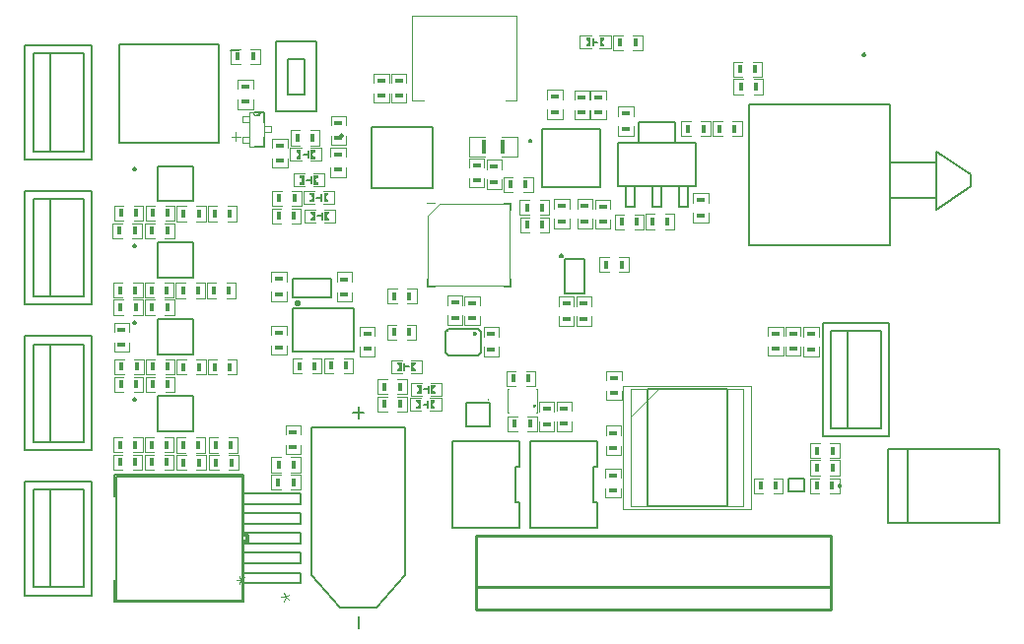
<source format=gbr>
G04 EAGLE Gerber RS-274X export*
G75*
%MOMM*%
%FSLAX34Y34*%
%LPD*%
%INSilkscreen Top*%
%IPPOS*%
%AMOC8*
5,1,8,0,0,1.08239X$1,22.5*%
G01*
%ADD10C,0.200000*%
%ADD11C,0.056000*%
%ADD12C,0.056000*%
%ADD13C,0.203200*%
%ADD14C,0.101600*%
%ADD15C,0.127000*%
%ADD16C,0.100000*%
%ADD17R,0.800000X0.300000*%
%ADD18R,0.100000X1.600000*%
%ADD19R,0.300000X0.800000*%
%ADD20R,1.600000X0.100000*%
%ADD21R,0.900000X0.100000*%
%ADD22C,0.050000*%
%ADD23C,0.200000*%
%ADD24R,0.450000X1.250000*%
%ADD25R,2.000000X0.100000*%
%ADD26C,0.304800*%
%ADD27C,0.152400*%
%ADD28C,0.000000*%
%ADD29C,0.076200*%
%ADD30C,0.254000*%
%ADD31C,0.360400*%

G36*
X491805Y485299D02*
X491805Y485299D01*
X491805Y485300D01*
X491805Y493300D01*
X491801Y493305D01*
X491800Y493305D01*
X487800Y493305D01*
X487795Y493301D01*
X487795Y493300D01*
X487795Y491300D01*
X487799Y491295D01*
X488316Y491227D01*
X488797Y491028D01*
X489211Y490711D01*
X489528Y490297D01*
X489727Y489816D01*
X489795Y489300D01*
X489790Y489266D01*
X489790Y489261D01*
X489789Y489256D01*
X489789Y489251D01*
X489788Y489251D01*
X489789Y489251D01*
X489788Y489246D01*
X489787Y489241D01*
X489780Y489186D01*
X489779Y489181D01*
X489779Y489176D01*
X489778Y489171D01*
X489777Y489166D01*
X489770Y489112D01*
X489770Y489107D01*
X489769Y489102D01*
X489768Y489097D01*
X489768Y489092D01*
X489767Y489087D01*
X489760Y489032D01*
X489759Y489027D01*
X489758Y489022D01*
X489758Y489017D01*
X489757Y489012D01*
X489750Y488958D01*
X489749Y488953D01*
X489749Y488948D01*
X489748Y488943D01*
X489747Y488938D01*
X489747Y488933D01*
X489739Y488878D01*
X489739Y488873D01*
X489738Y488868D01*
X489737Y488863D01*
X489737Y488858D01*
X489736Y488853D01*
X489730Y488804D01*
X489729Y488799D01*
X489728Y488794D01*
X489728Y488789D01*
X489727Y488784D01*
X489528Y488303D01*
X489211Y487889D01*
X488797Y487572D01*
X488316Y487373D01*
X487799Y487305D01*
X487795Y487300D01*
X487795Y485300D01*
X487799Y485295D01*
X487800Y485295D01*
X491800Y485295D01*
X491805Y485299D01*
G37*
G36*
X243005Y388699D02*
X243005Y388699D01*
X243005Y388700D01*
X243005Y396700D01*
X243001Y396705D01*
X243000Y396705D01*
X239000Y396705D01*
X238995Y396701D01*
X238995Y396700D01*
X238995Y394700D01*
X238999Y394695D01*
X239516Y394627D01*
X239997Y394428D01*
X240411Y394111D01*
X240728Y393697D01*
X240927Y393216D01*
X240995Y392700D01*
X240990Y392666D01*
X240990Y392661D01*
X240989Y392656D01*
X240989Y392651D01*
X240988Y392651D01*
X240989Y392651D01*
X240988Y392646D01*
X240987Y392641D01*
X240980Y392586D01*
X240979Y392581D01*
X240979Y392576D01*
X240978Y392571D01*
X240977Y392566D01*
X240970Y392512D01*
X240970Y392507D01*
X240969Y392502D01*
X240968Y392497D01*
X240968Y392492D01*
X240967Y392487D01*
X240960Y392432D01*
X240959Y392427D01*
X240958Y392422D01*
X240958Y392417D01*
X240957Y392412D01*
X240950Y392358D01*
X240949Y392353D01*
X240949Y392348D01*
X240948Y392343D01*
X240947Y392338D01*
X240947Y392333D01*
X240939Y392278D01*
X240939Y392273D01*
X240938Y392268D01*
X240937Y392263D01*
X240937Y392258D01*
X240936Y392253D01*
X240930Y392204D01*
X240929Y392199D01*
X240928Y392194D01*
X240928Y392189D01*
X240927Y392184D01*
X240728Y391703D01*
X240411Y391289D01*
X239997Y390972D01*
X239516Y390773D01*
X238999Y390705D01*
X238995Y390700D01*
X238995Y388700D01*
X238999Y388695D01*
X239000Y388695D01*
X243000Y388695D01*
X243005Y388699D01*
G37*
G36*
X245705Y366699D02*
X245705Y366699D01*
X245705Y366700D01*
X245705Y374700D01*
X245701Y374705D01*
X245700Y374705D01*
X241700Y374705D01*
X241695Y374701D01*
X241695Y374700D01*
X241695Y372700D01*
X241699Y372695D01*
X242216Y372627D01*
X242697Y372428D01*
X243111Y372111D01*
X243428Y371697D01*
X243627Y371216D01*
X243695Y370700D01*
X243690Y370666D01*
X243690Y370661D01*
X243689Y370656D01*
X243689Y370651D01*
X243688Y370651D01*
X243689Y370651D01*
X243688Y370646D01*
X243687Y370641D01*
X243680Y370586D01*
X243679Y370581D01*
X243679Y370576D01*
X243678Y370571D01*
X243677Y370566D01*
X243670Y370512D01*
X243670Y370507D01*
X243669Y370502D01*
X243668Y370497D01*
X243668Y370492D01*
X243667Y370487D01*
X243660Y370432D01*
X243659Y370427D01*
X243658Y370422D01*
X243658Y370417D01*
X243657Y370412D01*
X243650Y370358D01*
X243649Y370353D01*
X243649Y370348D01*
X243648Y370343D01*
X243647Y370338D01*
X243647Y370333D01*
X243639Y370278D01*
X243639Y370273D01*
X243638Y370268D01*
X243637Y370263D01*
X243637Y370258D01*
X243636Y370253D01*
X243630Y370204D01*
X243629Y370199D01*
X243628Y370194D01*
X243628Y370189D01*
X243627Y370184D01*
X243428Y369703D01*
X243111Y369289D01*
X242697Y368972D01*
X242216Y368773D01*
X241699Y368705D01*
X241695Y368700D01*
X241695Y366700D01*
X241699Y366695D01*
X241700Y366695D01*
X245700Y366695D01*
X245705Y366699D01*
G37*
G36*
X254605Y351699D02*
X254605Y351699D01*
X254605Y351700D01*
X254605Y359700D01*
X254601Y359705D01*
X254600Y359705D01*
X250600Y359705D01*
X250595Y359701D01*
X250595Y359700D01*
X250595Y357700D01*
X250599Y357695D01*
X251116Y357627D01*
X251597Y357428D01*
X252011Y357111D01*
X252328Y356697D01*
X252527Y356216D01*
X252595Y355700D01*
X252590Y355666D01*
X252590Y355661D01*
X252589Y355656D01*
X252589Y355651D01*
X252588Y355651D01*
X252589Y355651D01*
X252588Y355646D01*
X252587Y355641D01*
X252580Y355586D01*
X252579Y355581D01*
X252579Y355576D01*
X252578Y355571D01*
X252577Y355566D01*
X252570Y355512D01*
X252570Y355507D01*
X252569Y355502D01*
X252568Y355497D01*
X252568Y355492D01*
X252567Y355487D01*
X252560Y355432D01*
X252559Y355427D01*
X252558Y355422D01*
X252558Y355417D01*
X252557Y355412D01*
X252550Y355358D01*
X252549Y355353D01*
X252549Y355348D01*
X252548Y355343D01*
X252547Y355338D01*
X252547Y355333D01*
X252539Y355278D01*
X252539Y355273D01*
X252538Y355268D01*
X252537Y355263D01*
X252537Y355258D01*
X252536Y355253D01*
X252530Y355204D01*
X252529Y355199D01*
X252528Y355194D01*
X252528Y355189D01*
X252527Y355184D01*
X252328Y354703D01*
X252011Y354289D01*
X251597Y353972D01*
X251116Y353773D01*
X250599Y353705D01*
X250595Y353700D01*
X250595Y351700D01*
X250599Y351695D01*
X250600Y351695D01*
X254600Y351695D01*
X254605Y351699D01*
G37*
G36*
X255305Y335699D02*
X255305Y335699D01*
X255305Y335700D01*
X255305Y343700D01*
X255301Y343705D01*
X255300Y343705D01*
X251300Y343705D01*
X251295Y343701D01*
X251295Y343700D01*
X251295Y341700D01*
X251299Y341695D01*
X251816Y341627D01*
X252297Y341428D01*
X252711Y341111D01*
X253028Y340697D01*
X253227Y340216D01*
X253295Y339700D01*
X253290Y339666D01*
X253290Y339661D01*
X253289Y339656D01*
X253289Y339651D01*
X253288Y339651D01*
X253289Y339651D01*
X253288Y339646D01*
X253287Y339641D01*
X253280Y339586D01*
X253279Y339581D01*
X253279Y339576D01*
X253278Y339571D01*
X253277Y339566D01*
X253270Y339512D01*
X253270Y339507D01*
X253269Y339502D01*
X253268Y339497D01*
X253268Y339492D01*
X253267Y339487D01*
X253260Y339432D01*
X253259Y339427D01*
X253258Y339422D01*
X253258Y339417D01*
X253257Y339412D01*
X253250Y339358D01*
X253249Y339353D01*
X253249Y339348D01*
X253248Y339343D01*
X253247Y339338D01*
X253247Y339333D01*
X253239Y339278D01*
X253239Y339273D01*
X253238Y339268D01*
X253237Y339263D01*
X253237Y339258D01*
X253236Y339253D01*
X253230Y339204D01*
X253229Y339199D01*
X253228Y339194D01*
X253228Y339189D01*
X253227Y339184D01*
X253028Y338703D01*
X252711Y338289D01*
X252297Y337972D01*
X251816Y337773D01*
X251299Y337705D01*
X251295Y337700D01*
X251295Y335700D01*
X251299Y335695D01*
X251300Y335695D01*
X255300Y335695D01*
X255305Y335699D01*
G37*
G36*
X329505Y206299D02*
X329505Y206299D01*
X329505Y206300D01*
X329505Y214300D01*
X329501Y214305D01*
X329500Y214305D01*
X325500Y214305D01*
X325495Y214301D01*
X325495Y214300D01*
X325495Y212300D01*
X325499Y212295D01*
X326016Y212227D01*
X326497Y212028D01*
X326911Y211711D01*
X327228Y211297D01*
X327427Y210816D01*
X327495Y210300D01*
X327490Y210266D01*
X327490Y210261D01*
X327489Y210256D01*
X327489Y210251D01*
X327488Y210251D01*
X327489Y210251D01*
X327488Y210246D01*
X327487Y210241D01*
X327480Y210186D01*
X327479Y210181D01*
X327479Y210176D01*
X327478Y210171D01*
X327477Y210166D01*
X327470Y210112D01*
X327470Y210107D01*
X327469Y210102D01*
X327468Y210097D01*
X327468Y210092D01*
X327467Y210087D01*
X327460Y210032D01*
X327459Y210027D01*
X327458Y210022D01*
X327458Y210017D01*
X327457Y210012D01*
X327450Y209958D01*
X327449Y209953D01*
X327449Y209948D01*
X327448Y209943D01*
X327447Y209938D01*
X327447Y209933D01*
X327439Y209878D01*
X327439Y209873D01*
X327438Y209868D01*
X327437Y209863D01*
X327437Y209858D01*
X327436Y209853D01*
X327430Y209804D01*
X327429Y209799D01*
X327428Y209794D01*
X327428Y209789D01*
X327427Y209784D01*
X327228Y209303D01*
X326911Y208889D01*
X326497Y208572D01*
X326016Y208373D01*
X325499Y208305D01*
X325495Y208300D01*
X325495Y206300D01*
X325499Y206295D01*
X325500Y206295D01*
X329500Y206295D01*
X329505Y206299D01*
G37*
G36*
X346405Y186699D02*
X346405Y186699D01*
X346405Y186700D01*
X346405Y194700D01*
X346401Y194705D01*
X346400Y194705D01*
X342400Y194705D01*
X342395Y194701D01*
X342395Y194700D01*
X342395Y192700D01*
X342399Y192695D01*
X342916Y192627D01*
X343397Y192428D01*
X343811Y192111D01*
X344128Y191697D01*
X344327Y191216D01*
X344395Y190700D01*
X344390Y190666D01*
X344390Y190661D01*
X344389Y190656D01*
X344389Y190651D01*
X344388Y190651D01*
X344389Y190651D01*
X344388Y190646D01*
X344387Y190641D01*
X344380Y190586D01*
X344379Y190581D01*
X344379Y190576D01*
X344378Y190571D01*
X344377Y190566D01*
X344370Y190512D01*
X344370Y190507D01*
X344369Y190502D01*
X344368Y190497D01*
X344368Y190492D01*
X344367Y190487D01*
X344360Y190432D01*
X344359Y190427D01*
X344358Y190422D01*
X344358Y190417D01*
X344357Y190412D01*
X344350Y190358D01*
X344349Y190353D01*
X344349Y190348D01*
X344348Y190343D01*
X344347Y190338D01*
X344347Y190333D01*
X344339Y190278D01*
X344339Y190273D01*
X344338Y190268D01*
X344337Y190263D01*
X344337Y190258D01*
X344336Y190253D01*
X344330Y190204D01*
X344329Y190199D01*
X344328Y190194D01*
X344328Y190189D01*
X344327Y190184D01*
X344128Y189703D01*
X343811Y189289D01*
X343397Y188972D01*
X342916Y188773D01*
X342399Y188705D01*
X342395Y188700D01*
X342395Y186700D01*
X342399Y186695D01*
X342400Y186695D01*
X346400Y186695D01*
X346405Y186699D01*
G37*
G36*
X346105Y173699D02*
X346105Y173699D01*
X346105Y173700D01*
X346105Y181700D01*
X346101Y181705D01*
X346100Y181705D01*
X342100Y181705D01*
X342095Y181701D01*
X342095Y181700D01*
X342095Y179700D01*
X342099Y179695D01*
X342616Y179627D01*
X343097Y179428D01*
X343511Y179111D01*
X343828Y178697D01*
X344027Y178216D01*
X344095Y177700D01*
X344090Y177666D01*
X344090Y177661D01*
X344089Y177656D01*
X344089Y177651D01*
X344088Y177651D01*
X344089Y177651D01*
X344088Y177646D01*
X344087Y177641D01*
X344080Y177586D01*
X344079Y177581D01*
X344079Y177576D01*
X344078Y177571D01*
X344077Y177566D01*
X344070Y177512D01*
X344070Y177507D01*
X344069Y177502D01*
X344068Y177497D01*
X344068Y177492D01*
X344067Y177487D01*
X344060Y177432D01*
X344059Y177427D01*
X344058Y177422D01*
X344058Y177417D01*
X344057Y177412D01*
X344050Y177358D01*
X344049Y177353D01*
X344049Y177348D01*
X344048Y177343D01*
X344047Y177338D01*
X344047Y177333D01*
X344039Y177278D01*
X344039Y177273D01*
X344038Y177268D01*
X344037Y177263D01*
X344037Y177258D01*
X344036Y177253D01*
X344030Y177204D01*
X344029Y177199D01*
X344028Y177194D01*
X344028Y177189D01*
X344027Y177184D01*
X343828Y176703D01*
X343511Y176289D01*
X343097Y175972D01*
X342616Y175773D01*
X342099Y175705D01*
X342095Y175700D01*
X342095Y173700D01*
X342099Y173695D01*
X342100Y173695D01*
X346100Y173695D01*
X346105Y173699D01*
G37*
G36*
X503805Y485299D02*
X503805Y485299D01*
X503805Y485300D01*
X503805Y487300D01*
X503801Y487305D01*
X503284Y487373D01*
X502803Y487572D01*
X502389Y487889D01*
X502072Y488303D01*
X501873Y488784D01*
X501805Y489300D01*
X501806Y489304D01*
X501806Y489309D01*
X501807Y489314D01*
X501814Y489369D01*
X501815Y489374D01*
X501815Y489379D01*
X501816Y489384D01*
X501817Y489389D01*
X501824Y489443D01*
X501825Y489448D01*
X501825Y489453D01*
X501826Y489458D01*
X501827Y489463D01*
X501827Y489468D01*
X501834Y489523D01*
X501835Y489528D01*
X501836Y489533D01*
X501836Y489538D01*
X501837Y489543D01*
X501844Y489597D01*
X501845Y489602D01*
X501845Y489607D01*
X501846Y489607D01*
X501845Y489607D01*
X501846Y489612D01*
X501847Y489617D01*
X501847Y489622D01*
X501855Y489677D01*
X501855Y489682D01*
X501856Y489687D01*
X501857Y489692D01*
X501857Y489697D01*
X501858Y489702D01*
X501864Y489751D01*
X501865Y489756D01*
X501866Y489761D01*
X501866Y489766D01*
X501867Y489771D01*
X501868Y489776D01*
X501873Y489816D01*
X502072Y490297D01*
X502389Y490711D01*
X502803Y491028D01*
X503284Y491227D01*
X503801Y491295D01*
X503805Y491300D01*
X503805Y493300D01*
X503801Y493305D01*
X503800Y493305D01*
X499800Y493305D01*
X499795Y493301D01*
X499795Y493300D01*
X499795Y485300D01*
X499799Y485295D01*
X499800Y485295D01*
X503800Y485295D01*
X503805Y485299D01*
G37*
G36*
X255005Y388699D02*
X255005Y388699D01*
X255005Y388700D01*
X255005Y390700D01*
X255001Y390705D01*
X254484Y390773D01*
X254003Y390972D01*
X253589Y391289D01*
X253272Y391703D01*
X253073Y392184D01*
X253005Y392700D01*
X253006Y392704D01*
X253006Y392709D01*
X253007Y392714D01*
X253014Y392769D01*
X253015Y392774D01*
X253015Y392779D01*
X253016Y392784D01*
X253017Y392789D01*
X253024Y392843D01*
X253025Y392848D01*
X253025Y392853D01*
X253026Y392858D01*
X253027Y392863D01*
X253027Y392868D01*
X253034Y392923D01*
X253035Y392928D01*
X253036Y392933D01*
X253036Y392938D01*
X253037Y392943D01*
X253044Y392997D01*
X253045Y393002D01*
X253045Y393007D01*
X253046Y393007D01*
X253045Y393007D01*
X253046Y393012D01*
X253047Y393017D01*
X253047Y393022D01*
X253055Y393077D01*
X253055Y393082D01*
X253056Y393087D01*
X253057Y393092D01*
X253057Y393097D01*
X253058Y393102D01*
X253064Y393151D01*
X253065Y393156D01*
X253066Y393161D01*
X253066Y393166D01*
X253067Y393171D01*
X253068Y393176D01*
X253073Y393216D01*
X253272Y393697D01*
X253589Y394111D01*
X254003Y394428D01*
X254484Y394627D01*
X255001Y394695D01*
X255005Y394700D01*
X255005Y396700D01*
X255001Y396705D01*
X255000Y396705D01*
X251000Y396705D01*
X250995Y396701D01*
X250995Y396700D01*
X250995Y388700D01*
X250999Y388695D01*
X251000Y388695D01*
X255000Y388695D01*
X255005Y388699D01*
G37*
G36*
X257705Y366699D02*
X257705Y366699D01*
X257705Y366700D01*
X257705Y368700D01*
X257701Y368705D01*
X257184Y368773D01*
X256703Y368972D01*
X256289Y369289D01*
X255972Y369703D01*
X255773Y370184D01*
X255705Y370700D01*
X255706Y370704D01*
X255706Y370709D01*
X255707Y370714D01*
X255714Y370769D01*
X255715Y370774D01*
X255715Y370779D01*
X255716Y370784D01*
X255717Y370789D01*
X255724Y370843D01*
X255725Y370848D01*
X255725Y370853D01*
X255726Y370858D01*
X255727Y370863D01*
X255727Y370868D01*
X255734Y370923D01*
X255735Y370928D01*
X255736Y370933D01*
X255736Y370938D01*
X255737Y370943D01*
X255744Y370997D01*
X255745Y371002D01*
X255745Y371007D01*
X255746Y371007D01*
X255745Y371007D01*
X255746Y371012D01*
X255747Y371017D01*
X255747Y371022D01*
X255755Y371077D01*
X255755Y371082D01*
X255756Y371087D01*
X255757Y371092D01*
X255757Y371097D01*
X255758Y371102D01*
X255764Y371151D01*
X255765Y371156D01*
X255766Y371161D01*
X255766Y371166D01*
X255767Y371171D01*
X255768Y371176D01*
X255773Y371216D01*
X255972Y371697D01*
X256289Y372111D01*
X256703Y372428D01*
X257184Y372627D01*
X257701Y372695D01*
X257705Y372700D01*
X257705Y374700D01*
X257701Y374705D01*
X257700Y374705D01*
X253700Y374705D01*
X253695Y374701D01*
X253695Y374700D01*
X253695Y366700D01*
X253699Y366695D01*
X253700Y366695D01*
X257700Y366695D01*
X257705Y366699D01*
G37*
G36*
X266605Y351699D02*
X266605Y351699D01*
X266605Y351700D01*
X266605Y353700D01*
X266601Y353705D01*
X266084Y353773D01*
X265603Y353972D01*
X265189Y354289D01*
X264872Y354703D01*
X264673Y355184D01*
X264605Y355700D01*
X264606Y355704D01*
X264606Y355709D01*
X264607Y355714D01*
X264614Y355769D01*
X264615Y355774D01*
X264615Y355779D01*
X264616Y355784D01*
X264617Y355789D01*
X264624Y355843D01*
X264625Y355848D01*
X264625Y355853D01*
X264626Y355858D01*
X264627Y355863D01*
X264627Y355868D01*
X264634Y355923D01*
X264635Y355928D01*
X264636Y355933D01*
X264636Y355938D01*
X264637Y355943D01*
X264644Y355997D01*
X264645Y356002D01*
X264645Y356007D01*
X264646Y356007D01*
X264645Y356007D01*
X264646Y356012D01*
X264647Y356017D01*
X264647Y356022D01*
X264655Y356077D01*
X264655Y356082D01*
X264656Y356087D01*
X264657Y356092D01*
X264657Y356097D01*
X264658Y356102D01*
X264664Y356151D01*
X264665Y356156D01*
X264666Y356161D01*
X264666Y356166D01*
X264667Y356171D01*
X264668Y356176D01*
X264673Y356216D01*
X264872Y356697D01*
X265189Y357111D01*
X265603Y357428D01*
X266084Y357627D01*
X266601Y357695D01*
X266605Y357700D01*
X266605Y359700D01*
X266601Y359705D01*
X266600Y359705D01*
X262600Y359705D01*
X262595Y359701D01*
X262595Y359700D01*
X262595Y351700D01*
X262599Y351695D01*
X262600Y351695D01*
X266600Y351695D01*
X266605Y351699D01*
G37*
G36*
X267305Y335699D02*
X267305Y335699D01*
X267305Y335700D01*
X267305Y337700D01*
X267301Y337705D01*
X266784Y337773D01*
X266303Y337972D01*
X265889Y338289D01*
X265572Y338703D01*
X265373Y339184D01*
X265305Y339700D01*
X265306Y339704D01*
X265306Y339709D01*
X265307Y339714D01*
X265314Y339769D01*
X265315Y339774D01*
X265315Y339779D01*
X265316Y339784D01*
X265317Y339789D01*
X265324Y339843D01*
X265325Y339848D01*
X265325Y339853D01*
X265326Y339858D01*
X265327Y339863D01*
X265327Y339868D01*
X265334Y339923D01*
X265335Y339928D01*
X265336Y339933D01*
X265336Y339938D01*
X265337Y339943D01*
X265344Y339997D01*
X265345Y340002D01*
X265345Y340007D01*
X265346Y340007D01*
X265345Y340007D01*
X265346Y340012D01*
X265347Y340017D01*
X265347Y340022D01*
X265355Y340077D01*
X265355Y340082D01*
X265356Y340087D01*
X265357Y340092D01*
X265357Y340097D01*
X265358Y340102D01*
X265364Y340151D01*
X265365Y340156D01*
X265366Y340161D01*
X265366Y340166D01*
X265367Y340171D01*
X265368Y340176D01*
X265373Y340216D01*
X265572Y340697D01*
X265889Y341111D01*
X266303Y341428D01*
X266784Y341627D01*
X267301Y341695D01*
X267305Y341700D01*
X267305Y343700D01*
X267301Y343705D01*
X267300Y343705D01*
X263300Y343705D01*
X263295Y343701D01*
X263295Y343700D01*
X263295Y335700D01*
X263299Y335695D01*
X263300Y335695D01*
X267300Y335695D01*
X267305Y335699D01*
G37*
G36*
X341505Y206299D02*
X341505Y206299D01*
X341505Y206300D01*
X341505Y208300D01*
X341501Y208305D01*
X340984Y208373D01*
X340503Y208572D01*
X340089Y208889D01*
X339772Y209303D01*
X339573Y209784D01*
X339505Y210300D01*
X339506Y210304D01*
X339506Y210309D01*
X339507Y210314D01*
X339514Y210369D01*
X339515Y210374D01*
X339515Y210379D01*
X339516Y210384D01*
X339517Y210389D01*
X339524Y210443D01*
X339525Y210448D01*
X339525Y210453D01*
X339526Y210458D01*
X339527Y210463D01*
X339527Y210468D01*
X339534Y210523D01*
X339535Y210528D01*
X339536Y210533D01*
X339536Y210538D01*
X339537Y210543D01*
X339544Y210597D01*
X339545Y210602D01*
X339545Y210607D01*
X339546Y210607D01*
X339545Y210607D01*
X339546Y210612D01*
X339547Y210617D01*
X339547Y210622D01*
X339555Y210677D01*
X339555Y210682D01*
X339556Y210687D01*
X339557Y210692D01*
X339557Y210697D01*
X339558Y210702D01*
X339564Y210751D01*
X339565Y210756D01*
X339566Y210761D01*
X339566Y210766D01*
X339567Y210771D01*
X339568Y210776D01*
X339573Y210816D01*
X339772Y211297D01*
X340089Y211711D01*
X340503Y212028D01*
X340984Y212227D01*
X341501Y212295D01*
X341505Y212300D01*
X341505Y214300D01*
X341501Y214305D01*
X341500Y214305D01*
X337500Y214305D01*
X337495Y214301D01*
X337495Y214300D01*
X337495Y206300D01*
X337499Y206295D01*
X337500Y206295D01*
X341500Y206295D01*
X341505Y206299D01*
G37*
G36*
X358405Y186699D02*
X358405Y186699D01*
X358405Y186700D01*
X358405Y188700D01*
X358401Y188705D01*
X357884Y188773D01*
X357403Y188972D01*
X356989Y189289D01*
X356672Y189703D01*
X356473Y190184D01*
X356405Y190700D01*
X356406Y190704D01*
X356406Y190709D01*
X356407Y190714D01*
X356414Y190769D01*
X356415Y190774D01*
X356415Y190779D01*
X356416Y190784D01*
X356417Y190789D01*
X356424Y190843D01*
X356425Y190848D01*
X356425Y190853D01*
X356426Y190858D01*
X356427Y190863D01*
X356427Y190868D01*
X356434Y190923D01*
X356435Y190928D01*
X356436Y190933D01*
X356436Y190938D01*
X356437Y190943D01*
X356444Y190997D01*
X356445Y191002D01*
X356445Y191007D01*
X356446Y191007D01*
X356445Y191007D01*
X356446Y191012D01*
X356447Y191017D01*
X356447Y191022D01*
X356455Y191077D01*
X356455Y191082D01*
X356456Y191087D01*
X356457Y191092D01*
X356457Y191097D01*
X356458Y191102D01*
X356464Y191151D01*
X356465Y191156D01*
X356466Y191161D01*
X356466Y191166D01*
X356467Y191171D01*
X356468Y191176D01*
X356473Y191216D01*
X356672Y191697D01*
X356989Y192111D01*
X357403Y192428D01*
X357884Y192627D01*
X358401Y192695D01*
X358405Y192700D01*
X358405Y194700D01*
X358401Y194705D01*
X358400Y194705D01*
X354400Y194705D01*
X354395Y194701D01*
X354395Y194700D01*
X354395Y186700D01*
X354399Y186695D01*
X354400Y186695D01*
X358400Y186695D01*
X358405Y186699D01*
G37*
G36*
X358105Y173699D02*
X358105Y173699D01*
X358105Y173700D01*
X358105Y175700D01*
X358101Y175705D01*
X357584Y175773D01*
X357103Y175972D01*
X356689Y176289D01*
X356372Y176703D01*
X356173Y177184D01*
X356105Y177700D01*
X356106Y177704D01*
X356106Y177709D01*
X356107Y177714D01*
X356114Y177769D01*
X356115Y177774D01*
X356115Y177779D01*
X356116Y177784D01*
X356117Y177789D01*
X356124Y177843D01*
X356125Y177848D01*
X356125Y177853D01*
X356126Y177858D01*
X356127Y177863D01*
X356127Y177868D01*
X356134Y177923D01*
X356135Y177928D01*
X356136Y177933D01*
X356136Y177938D01*
X356137Y177943D01*
X356144Y177997D01*
X356145Y178002D01*
X356145Y178007D01*
X356146Y178007D01*
X356145Y178007D01*
X356146Y178012D01*
X356147Y178017D01*
X356147Y178022D01*
X356155Y178077D01*
X356155Y178082D01*
X356156Y178087D01*
X356157Y178092D01*
X356157Y178097D01*
X356158Y178102D01*
X356164Y178151D01*
X356165Y178156D01*
X356166Y178161D01*
X356166Y178166D01*
X356167Y178171D01*
X356168Y178176D01*
X356173Y178216D01*
X356372Y178697D01*
X356689Y179111D01*
X357103Y179428D01*
X357584Y179627D01*
X358101Y179695D01*
X358105Y179700D01*
X358105Y181700D01*
X358101Y181705D01*
X358100Y181705D01*
X354100Y181705D01*
X354095Y181701D01*
X354095Y181700D01*
X354095Y173700D01*
X354099Y173695D01*
X354100Y173695D01*
X358100Y173695D01*
X358105Y173699D01*
G37*
D10*
X405300Y178900D02*
X405300Y158900D01*
X385300Y158900D01*
X385300Y178900D01*
X405300Y178900D01*
D11*
X403370Y182620D03*
D12*
X403337Y182618D01*
X403305Y182612D01*
X403274Y182603D01*
X403244Y182590D01*
X403216Y182574D01*
X403190Y182554D01*
X403166Y182532D01*
X403145Y182507D01*
X403128Y182480D01*
X403113Y182451D01*
X403102Y182420D01*
X403094Y182389D01*
X403090Y182356D01*
X403090Y182324D01*
X403094Y182291D01*
X403102Y182260D01*
X403113Y182229D01*
X403128Y182200D01*
X403145Y182173D01*
X403166Y182148D01*
X403190Y182126D01*
X403216Y182106D01*
X403244Y182090D01*
X403274Y182077D01*
X403305Y182068D01*
X403337Y182062D01*
X403370Y182060D01*
D11*
X403370Y182060D03*
D12*
X403403Y182062D01*
X403435Y182068D01*
X403466Y182077D01*
X403496Y182090D01*
X403524Y182106D01*
X403550Y182126D01*
X403574Y182148D01*
X403595Y182173D01*
X403612Y182200D01*
X403627Y182229D01*
X403638Y182260D01*
X403646Y182291D01*
X403650Y182324D01*
X403650Y182356D01*
X403646Y182389D01*
X403638Y182420D01*
X403627Y182451D01*
X403612Y182480D01*
X403595Y182507D01*
X403574Y182532D01*
X403550Y182554D01*
X403524Y182574D01*
X403496Y182590D01*
X403466Y182603D01*
X403435Y182612D01*
X403403Y182618D01*
X403370Y182620D01*
D13*
X256300Y429500D02*
X256300Y489500D01*
X256300Y429500D02*
X221300Y429500D01*
X221300Y489500D01*
X256300Y489500D01*
X246300Y474500D02*
X246300Y444500D01*
X231300Y444500D01*
X231300Y474500D01*
X246300Y474500D01*
X251300Y489500D02*
X256300Y489500D01*
X256300Y429500D01*
X251300Y429500D01*
X226300Y429500D02*
X221300Y429500D01*
X221300Y489500D01*
X226300Y489500D01*
X246300Y472000D02*
X246300Y447000D01*
X231300Y447500D02*
X231300Y472000D01*
D14*
X187145Y411842D02*
X187145Y404038D01*
X191047Y407940D02*
X183243Y407940D01*
D15*
X87100Y402400D02*
X87100Y487400D01*
X109600Y402400D02*
X149600Y402400D01*
X87100Y424900D02*
X87100Y464900D01*
X87100Y402400D02*
X172100Y402400D01*
D14*
X181825Y482236D02*
X189634Y482236D01*
D15*
X172100Y487400D02*
X87100Y487400D01*
X172100Y487400D02*
X172100Y402400D01*
X149600Y487400D02*
X109600Y487400D01*
X172100Y464900D02*
X172100Y424900D01*
D16*
X579800Y342300D02*
X579800Y334300D01*
X592800Y334300D01*
X592800Y342300D01*
X579800Y351300D02*
X579800Y359300D01*
X592800Y359300D01*
X592800Y351300D01*
D17*
X586300Y340300D03*
X586300Y353300D03*
D18*
X582800Y346800D03*
X589800Y346800D03*
D16*
X456200Y325600D02*
X448200Y325600D01*
X456200Y325600D02*
X456200Y338600D01*
X448200Y338600D01*
X439200Y325600D02*
X431200Y325600D01*
X431200Y338600D01*
X439200Y338600D01*
D19*
X450200Y332100D03*
X437200Y332100D03*
D20*
X443700Y328600D03*
X443700Y335600D03*
D16*
X95400Y247900D02*
X95400Y239900D01*
X95400Y247900D02*
X82400Y247900D01*
X82400Y239900D01*
X95400Y230900D02*
X95400Y222900D01*
X82400Y222900D01*
X82400Y230900D01*
D17*
X88900Y241900D03*
X88900Y228900D03*
D18*
X92400Y235400D03*
X85400Y235400D03*
D16*
X368800Y246200D02*
X368800Y254200D01*
X368800Y246200D02*
X381800Y246200D01*
X381800Y254200D01*
X368800Y263200D02*
X368800Y271200D01*
X381800Y271200D01*
X381800Y263200D01*
D17*
X375300Y252200D03*
X375300Y265200D03*
D18*
X371800Y258700D03*
X378800Y258700D03*
D16*
X447600Y162800D02*
X447600Y154800D01*
X460600Y154800D01*
X460600Y162800D01*
X447600Y171800D02*
X447600Y179800D01*
X460600Y179800D01*
X460600Y171800D01*
D17*
X454100Y160800D03*
X454100Y173800D03*
D18*
X450600Y167300D03*
X457600Y167300D03*
D16*
X230400Y237300D02*
X230400Y245300D01*
X217400Y245300D01*
X217400Y237300D01*
X230400Y228300D02*
X230400Y220300D01*
X217400Y220300D01*
X217400Y228300D01*
D17*
X223900Y239300D03*
X223900Y226300D03*
D18*
X227400Y232800D03*
X220400Y232800D03*
D16*
X235600Y217400D02*
X243600Y217400D01*
X235600Y217400D02*
X235600Y204400D01*
X243600Y204400D01*
X252600Y217400D02*
X260600Y217400D01*
X260600Y204400D01*
X252600Y204400D01*
D19*
X241600Y210900D03*
X254600Y210900D03*
D20*
X248100Y214400D03*
X248100Y207400D03*
D16*
X217600Y266500D02*
X217600Y274500D01*
X217600Y266500D02*
X230600Y266500D01*
X230600Y274500D01*
X217600Y283500D02*
X217600Y291500D01*
X230600Y291500D01*
X230600Y283500D01*
D17*
X224100Y272500D03*
X224100Y285500D03*
D18*
X220600Y279000D03*
X227600Y279000D03*
D16*
X273600Y274400D02*
X273600Y266400D01*
X286600Y266400D01*
X286600Y274400D01*
X273600Y283400D02*
X273600Y291400D01*
X286600Y291400D01*
X286600Y283400D01*
D17*
X280100Y272400D03*
X280100Y285400D03*
D18*
X276600Y278900D03*
X283600Y278900D03*
D16*
X631700Y444600D02*
X639700Y444600D01*
X639700Y457600D01*
X631700Y457600D01*
X622700Y444600D02*
X614700Y444600D01*
X614700Y457600D01*
X622700Y457600D01*
D19*
X633700Y451100D03*
X620700Y451100D03*
D20*
X627200Y447600D03*
X627200Y454600D03*
D16*
X622200Y472400D02*
X614200Y472400D01*
X614200Y459400D01*
X622200Y459400D01*
X631200Y472400D02*
X639200Y472400D01*
X639200Y459400D01*
X631200Y459400D01*
D19*
X620200Y465900D03*
X633200Y465900D03*
D20*
X626700Y469400D03*
X626700Y462400D03*
D16*
X399800Y227100D02*
X399800Y219100D01*
X412800Y219100D01*
X412800Y227100D01*
X399800Y236100D02*
X399800Y244100D01*
X412800Y244100D01*
X412800Y236100D01*
D17*
X406300Y225100D03*
X406300Y238100D03*
D18*
X402800Y231600D03*
X409800Y231600D03*
D16*
X462600Y163000D02*
X462600Y155000D01*
X475600Y155000D01*
X475600Y163000D01*
X462600Y172000D02*
X462600Y180000D01*
X475600Y180000D01*
X475600Y172000D01*
D17*
X469100Y161000D03*
X469100Y174000D03*
D18*
X465600Y167500D03*
X472600Y167500D03*
D16*
X229600Y142900D02*
X229600Y134900D01*
X242600Y134900D01*
X242600Y142900D01*
X229600Y151900D02*
X229600Y159900D01*
X242600Y159900D01*
X242600Y151900D01*
D17*
X236100Y140900D03*
X236100Y153900D03*
D18*
X232600Y147400D03*
X239600Y147400D03*
D16*
X504600Y105800D02*
X504600Y97800D01*
X517600Y97800D01*
X517600Y105800D01*
X504600Y114800D02*
X504600Y122800D01*
X517600Y122800D01*
X517600Y114800D01*
D17*
X511100Y103800D03*
X511100Y116800D03*
D18*
X507600Y110300D03*
X514600Y110300D03*
D16*
X631700Y114400D02*
X639700Y114400D01*
X631700Y114400D02*
X631700Y101400D01*
X639700Y101400D01*
X648700Y114400D02*
X656700Y114400D01*
X656700Y101400D01*
X648700Y101400D01*
D19*
X637700Y107900D03*
X650700Y107900D03*
D20*
X644200Y111400D03*
X644200Y104400D03*
D16*
X697500Y131600D02*
X705500Y131600D01*
X705500Y144600D01*
X697500Y144600D01*
X688500Y131600D02*
X680500Y131600D01*
X680500Y144600D01*
X688500Y144600D01*
D19*
X699500Y138100D03*
X686500Y138100D03*
D20*
X693000Y134600D03*
X693000Y141600D03*
D16*
X688400Y114400D02*
X680400Y114400D01*
X680400Y101400D01*
X688400Y101400D01*
X697400Y114400D02*
X705400Y114400D01*
X705400Y101400D01*
X697400Y101400D01*
D19*
X686400Y107900D03*
X699400Y107900D03*
D20*
X692900Y111400D03*
X692900Y104400D03*
D16*
X528400Y425900D02*
X528400Y433900D01*
X515400Y433900D01*
X515400Y425900D01*
X528400Y416900D02*
X528400Y408900D01*
X515400Y408900D01*
X515400Y416900D01*
D17*
X521900Y427900D03*
X521900Y414900D03*
D18*
X525400Y421400D03*
X518400Y421400D03*
D16*
X674600Y227300D02*
X674600Y219300D01*
X687600Y219300D01*
X687600Y227300D01*
X674600Y236300D02*
X674600Y244300D01*
X687600Y244300D01*
X687600Y236300D01*
D17*
X681100Y225300D03*
X681100Y238300D03*
D18*
X677600Y231800D03*
X684600Y231800D03*
D16*
X442100Y360500D02*
X434100Y360500D01*
X442100Y360500D02*
X442100Y373500D01*
X434100Y373500D01*
X425100Y360500D02*
X417100Y360500D01*
X417100Y373500D01*
X425100Y373500D01*
D19*
X436100Y367000D03*
X423100Y367000D03*
D20*
X429600Y363500D03*
X429600Y370500D03*
D16*
X473500Y354200D02*
X473500Y346200D01*
X473500Y354200D02*
X460500Y354200D01*
X460500Y346200D01*
X473500Y337200D02*
X473500Y329200D01*
X460500Y329200D01*
X460500Y337200D01*
D17*
X467000Y348200D03*
X467000Y335200D03*
D18*
X470500Y341700D03*
X463500Y341700D03*
D16*
X456000Y340600D02*
X448000Y340600D01*
X456000Y340600D02*
X456000Y353600D01*
X448000Y353600D01*
X439000Y340600D02*
X431000Y340600D01*
X431000Y353600D01*
X439000Y353600D01*
D19*
X450000Y347100D03*
X437000Y347100D03*
D20*
X443500Y343600D03*
X443500Y350600D03*
D16*
X329750Y215800D02*
X320250Y215800D01*
X320250Y204800D01*
X329750Y204800D01*
X337250Y204800D02*
X346750Y204800D01*
X346750Y215800D01*
X337250Y215800D01*
D21*
X333500Y206800D03*
X333500Y213800D03*
D10*
X331500Y213300D02*
X331500Y210300D01*
X331500Y207300D01*
X331500Y210300D02*
X335500Y210300D01*
D16*
X271850Y350200D02*
X262350Y350200D01*
X271850Y350200D02*
X271850Y361200D01*
X262350Y361200D01*
X254850Y361200D02*
X245350Y361200D01*
X245350Y350200D01*
X254850Y350200D01*
D21*
X258600Y359200D03*
X258600Y352200D03*
D10*
X260600Y352700D02*
X260600Y355700D01*
X260600Y358700D01*
X260600Y355700D02*
X256600Y355700D01*
D16*
X260250Y387200D02*
X250750Y387200D01*
X260250Y387200D02*
X260250Y398200D01*
X250750Y398200D01*
X243250Y398200D02*
X233750Y398200D01*
X233750Y387200D01*
X243250Y387200D01*
D21*
X247000Y396200D03*
X247000Y389200D03*
D10*
X249000Y389700D02*
X249000Y392700D01*
X249000Y395700D01*
X249000Y392700D02*
X245000Y392700D01*
D16*
X353850Y172200D02*
X363350Y172200D01*
X363350Y183200D01*
X353850Y183200D01*
X346350Y183200D02*
X336850Y183200D01*
X336850Y172200D01*
X346350Y172200D01*
D21*
X350100Y181200D03*
X350100Y174200D03*
D10*
X352100Y174700D02*
X352100Y177700D01*
X352100Y180700D01*
X352100Y177700D02*
X348100Y177700D01*
D16*
X482550Y494800D02*
X492050Y494800D01*
X482550Y494800D02*
X482550Y483800D01*
X492050Y483800D01*
X499550Y483800D02*
X509050Y483800D01*
X509050Y494800D01*
X499550Y494800D01*
D21*
X495800Y485800D03*
X495800Y492800D03*
D10*
X493800Y492300D02*
X493800Y489300D01*
X493800Y486300D01*
X493800Y489300D02*
X497800Y489300D01*
D16*
X272550Y334200D02*
X263050Y334200D01*
X272550Y334200D02*
X272550Y345200D01*
X263050Y345200D01*
X255550Y345200D02*
X246050Y345200D01*
X246050Y334200D01*
X255550Y334200D01*
D21*
X259300Y343200D03*
X259300Y336200D03*
D10*
X261300Y336700D02*
X261300Y339700D01*
X261300Y342700D01*
X261300Y339700D02*
X257300Y339700D01*
D16*
X354150Y185200D02*
X363650Y185200D01*
X363650Y196200D01*
X354150Y196200D01*
X346650Y196200D02*
X337150Y196200D01*
X337150Y185200D01*
X346650Y185200D01*
D21*
X350400Y194200D03*
X350400Y187200D03*
D10*
X352400Y187700D02*
X352400Y190700D01*
X352400Y193700D01*
X352400Y190700D02*
X348400Y190700D01*
D15*
X6000Y111500D02*
X6000Y13500D01*
X6000Y111500D02*
X63500Y111500D01*
X63500Y13500D01*
X6000Y13500D01*
X13000Y20500D02*
X13000Y104500D01*
X27300Y104500D01*
X56500Y104500D01*
X56500Y20500D01*
X27300Y20500D01*
X13000Y20500D01*
X27300Y20500D02*
X27300Y104500D01*
X6000Y138500D02*
X6000Y236500D01*
X63500Y236500D01*
X63500Y138500D01*
X6000Y138500D01*
X13000Y145500D02*
X13000Y229500D01*
X27300Y229500D01*
X56500Y229500D01*
X56500Y145500D01*
X27300Y145500D01*
X13000Y145500D01*
X27300Y145500D02*
X27300Y229500D01*
X6000Y263500D02*
X6000Y361500D01*
X63500Y361500D01*
X63500Y263500D01*
X6000Y263500D01*
X13000Y270500D02*
X13000Y354500D01*
X27300Y354500D01*
X56500Y354500D01*
X56500Y270500D01*
X27300Y270500D01*
X13000Y270500D01*
X27300Y270500D02*
X27300Y354500D01*
X6000Y388500D02*
X6000Y486500D01*
X63500Y486500D01*
X63500Y388500D01*
X6000Y388500D01*
X13000Y395500D02*
X13000Y479500D01*
X27300Y479500D01*
X56500Y479500D01*
X56500Y395500D01*
X27300Y395500D01*
X13000Y395500D01*
X27300Y395500D02*
X27300Y479500D01*
D22*
X519850Y193900D02*
X629350Y193900D01*
X629350Y87900D01*
X519850Y87900D01*
X519850Y193900D01*
D16*
X526100Y191400D02*
X623100Y191400D01*
X623100Y90400D01*
X526100Y90400D01*
X526100Y191400D01*
X526100Y167150D02*
X550350Y191400D01*
D10*
X540350Y191400D02*
X608850Y191400D01*
X608850Y90400D01*
X540350Y90400D01*
X540350Y191400D01*
D22*
X442049Y176950D02*
X442051Y177010D01*
X442057Y177069D01*
X442067Y177128D01*
X442080Y177186D01*
X442098Y177243D01*
X442119Y177298D01*
X442144Y177352D01*
X442172Y177405D01*
X442204Y177455D01*
X442239Y177503D01*
X442277Y177549D01*
X442318Y177592D01*
X442362Y177633D01*
X442408Y177670D01*
X442457Y177704D01*
X442508Y177735D01*
X442561Y177763D01*
X442616Y177787D01*
X442672Y177807D01*
X442729Y177823D01*
X442787Y177836D01*
X442846Y177845D01*
X442905Y177850D01*
X442965Y177851D01*
X443024Y177848D01*
X443084Y177841D01*
X443142Y177830D01*
X443200Y177816D01*
X443257Y177797D01*
X443312Y177775D01*
X443366Y177749D01*
X443418Y177720D01*
X443467Y177688D01*
X443515Y177652D01*
X443560Y177613D01*
X443603Y177571D01*
X443642Y177527D01*
X443679Y177480D01*
X443712Y177430D01*
X443742Y177379D01*
X443769Y177326D01*
X443792Y177271D01*
X443811Y177214D01*
X443827Y177157D01*
X443839Y177098D01*
X443847Y177039D01*
X443851Y176980D01*
X443851Y176920D01*
X443847Y176861D01*
X443839Y176802D01*
X443827Y176743D01*
X443811Y176686D01*
X443792Y176629D01*
X443769Y176574D01*
X443742Y176521D01*
X443712Y176470D01*
X443679Y176420D01*
X443642Y176373D01*
X443603Y176329D01*
X443560Y176287D01*
X443515Y176248D01*
X443467Y176212D01*
X443418Y176180D01*
X443366Y176151D01*
X443312Y176125D01*
X443257Y176103D01*
X443200Y176084D01*
X443142Y176070D01*
X443084Y176059D01*
X443024Y176052D01*
X442965Y176049D01*
X442905Y176050D01*
X442846Y176055D01*
X442787Y176064D01*
X442729Y176077D01*
X442672Y176093D01*
X442616Y176113D01*
X442561Y176137D01*
X442508Y176165D01*
X442457Y176196D01*
X442408Y176230D01*
X442362Y176267D01*
X442318Y176308D01*
X442277Y176351D01*
X442239Y176397D01*
X442204Y176445D01*
X442172Y176495D01*
X442144Y176548D01*
X442119Y176602D01*
X442098Y176657D01*
X442080Y176714D01*
X442067Y176772D01*
X442057Y176831D01*
X442051Y176890D01*
X442049Y176950D01*
X421200Y190700D02*
X420700Y190700D01*
X420700Y170700D01*
X421200Y170700D01*
X445200Y170700D02*
X445700Y170700D01*
X445700Y190700D01*
X445200Y190700D01*
D10*
X628270Y315070D02*
X628270Y435730D01*
X748930Y435730D01*
X748930Y315070D01*
X628270Y315070D01*
D16*
X628270Y315400D02*
X628270Y435730D01*
X748930Y435730D01*
X748930Y315400D01*
X628270Y315400D01*
D10*
X748930Y355400D02*
X788600Y355400D01*
X788600Y385400D01*
X748930Y385400D01*
X788600Y355400D02*
X788600Y345400D01*
X818600Y365400D01*
X788600Y385400D02*
X788600Y395400D01*
X818600Y375400D01*
X818600Y365400D01*
D16*
X788600Y355400D02*
X748600Y355400D01*
X788600Y355400D02*
X788600Y385400D01*
X748930Y385400D01*
X788600Y355400D02*
X788600Y345400D01*
X818600Y365400D01*
X818600Y375400D01*
X788600Y395400D01*
X788600Y385400D01*
D23*
X726600Y479400D03*
D10*
X726538Y479398D01*
X726477Y479392D01*
X726416Y479383D01*
X726356Y479370D01*
X726297Y479353D01*
X726239Y479332D01*
X726182Y479308D01*
X726127Y479281D01*
X726074Y479250D01*
X726022Y479216D01*
X725973Y479179D01*
X725926Y479139D01*
X725882Y479096D01*
X725841Y479051D01*
X725802Y479003D01*
X725766Y478952D01*
X725734Y478900D01*
X725705Y478846D01*
X725679Y478790D01*
X725657Y478732D01*
X725638Y478674D01*
X725623Y478614D01*
X725612Y478553D01*
X725604Y478492D01*
X725600Y478431D01*
X725600Y478369D01*
X725604Y478308D01*
X725612Y478247D01*
X725623Y478186D01*
X725638Y478126D01*
X725657Y478068D01*
X725679Y478010D01*
X725705Y477954D01*
X725734Y477900D01*
X725766Y477848D01*
X725802Y477797D01*
X725841Y477749D01*
X725882Y477704D01*
X725926Y477661D01*
X725973Y477621D01*
X726022Y477584D01*
X726074Y477550D01*
X726127Y477519D01*
X726182Y477492D01*
X726239Y477468D01*
X726297Y477447D01*
X726356Y477430D01*
X726416Y477417D01*
X726477Y477408D01*
X726538Y477402D01*
X726600Y477400D01*
D23*
X726600Y477400D03*
D10*
X726662Y477402D01*
X726723Y477408D01*
X726784Y477417D01*
X726844Y477430D01*
X726903Y477447D01*
X726961Y477468D01*
X727018Y477492D01*
X727073Y477519D01*
X727126Y477550D01*
X727178Y477584D01*
X727227Y477621D01*
X727274Y477661D01*
X727318Y477704D01*
X727359Y477749D01*
X727398Y477797D01*
X727434Y477848D01*
X727466Y477900D01*
X727495Y477954D01*
X727521Y478010D01*
X727543Y478068D01*
X727562Y478126D01*
X727577Y478186D01*
X727588Y478247D01*
X727596Y478308D01*
X727600Y478369D01*
X727600Y478431D01*
X727596Y478492D01*
X727588Y478553D01*
X727577Y478614D01*
X727562Y478674D01*
X727543Y478732D01*
X727521Y478790D01*
X727495Y478846D01*
X727466Y478900D01*
X727434Y478952D01*
X727398Y479003D01*
X727359Y479051D01*
X727318Y479096D01*
X727274Y479139D01*
X727227Y479179D01*
X727178Y479216D01*
X727126Y479250D01*
X727073Y479281D01*
X727018Y479308D01*
X726961Y479332D01*
X726903Y479353D01*
X726844Y479370D01*
X726784Y479383D01*
X726723Y479392D01*
X726662Y479398D01*
X726600Y479400D01*
D15*
X747400Y139550D02*
X747400Y76050D01*
X747400Y139550D02*
X763900Y139550D01*
X763900Y76050D01*
X747400Y76050D01*
X763900Y76050D02*
X842600Y76050D01*
X842600Y139550D01*
X763900Y139550D01*
D10*
X704900Y107800D02*
X704902Y107863D01*
X704908Y107925D01*
X704918Y107987D01*
X704931Y108049D01*
X704949Y108109D01*
X704970Y108168D01*
X704995Y108226D01*
X705024Y108282D01*
X705056Y108336D01*
X705091Y108388D01*
X705129Y108437D01*
X705171Y108485D01*
X705215Y108529D01*
X705263Y108571D01*
X705312Y108609D01*
X705364Y108644D01*
X705418Y108676D01*
X705474Y108705D01*
X705532Y108730D01*
X705591Y108751D01*
X705651Y108769D01*
X705713Y108782D01*
X705775Y108792D01*
X705837Y108798D01*
X705900Y108800D01*
X705963Y108798D01*
X706025Y108792D01*
X706087Y108782D01*
X706149Y108769D01*
X706209Y108751D01*
X706268Y108730D01*
X706326Y108705D01*
X706382Y108676D01*
X706436Y108644D01*
X706488Y108609D01*
X706537Y108571D01*
X706585Y108529D01*
X706629Y108485D01*
X706671Y108437D01*
X706709Y108388D01*
X706744Y108336D01*
X706776Y108282D01*
X706805Y108226D01*
X706830Y108168D01*
X706851Y108109D01*
X706869Y108049D01*
X706882Y107987D01*
X706892Y107925D01*
X706898Y107863D01*
X706900Y107800D01*
X706898Y107737D01*
X706892Y107675D01*
X706882Y107613D01*
X706869Y107551D01*
X706851Y107491D01*
X706830Y107432D01*
X706805Y107374D01*
X706776Y107318D01*
X706744Y107264D01*
X706709Y107212D01*
X706671Y107163D01*
X706629Y107115D01*
X706585Y107071D01*
X706537Y107029D01*
X706488Y106991D01*
X706436Y106956D01*
X706382Y106924D01*
X706326Y106895D01*
X706268Y106870D01*
X706209Y106849D01*
X706149Y106831D01*
X706087Y106818D01*
X706025Y106808D01*
X705963Y106802D01*
X705900Y106800D01*
X705837Y106802D01*
X705775Y106808D01*
X705713Y106818D01*
X705651Y106831D01*
X705591Y106849D01*
X705532Y106870D01*
X705474Y106895D01*
X705418Y106924D01*
X705364Y106956D01*
X705312Y106991D01*
X705263Y107029D01*
X705215Y107071D01*
X705171Y107115D01*
X705129Y107163D01*
X705091Y107212D01*
X705056Y107264D01*
X705024Y107318D01*
X704995Y107374D01*
X704970Y107432D01*
X704949Y107491D01*
X704931Y107551D01*
X704918Y107613D01*
X704908Y107675D01*
X704902Y107737D01*
X704900Y107800D01*
X704902Y107863D01*
X704908Y107925D01*
X704918Y107987D01*
X704931Y108049D01*
X704949Y108109D01*
X704970Y108168D01*
X704995Y108226D01*
X705024Y108282D01*
X705056Y108336D01*
X705091Y108388D01*
X705129Y108437D01*
X705171Y108485D01*
X705215Y108529D01*
X705263Y108571D01*
X705312Y108609D01*
X705364Y108644D01*
X705418Y108676D01*
X705474Y108705D01*
X705532Y108730D01*
X705591Y108751D01*
X705651Y108769D01*
X705713Y108782D01*
X705775Y108792D01*
X705837Y108798D01*
X705900Y108800D01*
X705963Y108798D01*
X706025Y108792D01*
X706087Y108782D01*
X706149Y108769D01*
X706209Y108751D01*
X706268Y108730D01*
X706326Y108705D01*
X706382Y108676D01*
X706436Y108644D01*
X706488Y108609D01*
X706537Y108571D01*
X706585Y108529D01*
X706629Y108485D01*
X706671Y108437D01*
X706709Y108388D01*
X706744Y108336D01*
X706776Y108282D01*
X706805Y108226D01*
X706830Y108168D01*
X706851Y108109D01*
X706869Y108049D01*
X706882Y107987D01*
X706892Y107925D01*
X706898Y107863D01*
X706900Y107800D01*
X706898Y107737D01*
X706892Y107675D01*
X706882Y107613D01*
X706869Y107551D01*
X706851Y107491D01*
X706830Y107432D01*
X706805Y107374D01*
X706776Y107318D01*
X706744Y107264D01*
X706709Y107212D01*
X706671Y107163D01*
X706629Y107115D01*
X706585Y107071D01*
X706537Y107029D01*
X706488Y106991D01*
X706436Y106956D01*
X706382Y106924D01*
X706326Y106895D01*
X706268Y106870D01*
X706209Y106849D01*
X706149Y106831D01*
X706087Y106818D01*
X706025Y106808D01*
X705963Y106802D01*
X705900Y106800D01*
X705837Y106802D01*
X705775Y106808D01*
X705713Y106818D01*
X705651Y106831D01*
X705591Y106849D01*
X705532Y106870D01*
X705474Y106895D01*
X705418Y106924D01*
X705364Y106956D01*
X705312Y106991D01*
X705263Y107029D01*
X705215Y107071D01*
X705171Y107115D01*
X705129Y107163D01*
X705091Y107212D01*
X705056Y107264D01*
X705024Y107318D01*
X704995Y107374D01*
X704970Y107432D01*
X704949Y107491D01*
X704931Y107551D01*
X704918Y107613D01*
X704908Y107675D01*
X704902Y107737D01*
X704900Y107800D01*
D15*
X332700Y158100D02*
X332700Y31100D01*
X308200Y3100D02*
X276200Y3100D01*
X251700Y31100D02*
X251700Y158100D01*
X332700Y158100D01*
X251700Y31100D02*
X276200Y3100D01*
X308200Y3100D02*
X332700Y31100D01*
X332700Y158100D01*
X308200Y3100D02*
X276200Y3100D01*
X251700Y31100D02*
X251700Y158100D01*
X332700Y158100D01*
X292200Y165600D02*
X292200Y175600D01*
X297200Y170600D02*
X287200Y170600D01*
X292200Y-4400D02*
X292200Y-14400D01*
X308200Y3100D02*
X332700Y31100D01*
X276200Y3100D02*
X251700Y31100D01*
X292200Y165600D02*
X292200Y175600D01*
X297200Y170600D02*
X287200Y170600D01*
X292200Y-4400D02*
X292200Y-14400D01*
D16*
X680600Y129800D02*
X688600Y129800D01*
X680600Y129800D02*
X680600Y116800D01*
X688600Y116800D01*
X697600Y129800D02*
X705600Y129800D01*
X705600Y116800D01*
X697600Y116800D01*
D19*
X686600Y123300D03*
X699600Y123300D03*
D20*
X693100Y126800D03*
X693100Y119800D03*
D16*
X262950Y365200D02*
X253450Y365200D01*
X262950Y365200D02*
X262950Y376200D01*
X253450Y376200D01*
X245950Y376200D02*
X236450Y376200D01*
X236450Y365200D01*
X245950Y365200D01*
D21*
X249700Y374200D03*
X249700Y367200D03*
D10*
X251700Y367700D02*
X251700Y370700D01*
X251700Y373700D01*
X251700Y370700D02*
X247700Y370700D01*
D16*
X281400Y390500D02*
X281400Y398500D01*
X268400Y398500D01*
X268400Y390500D01*
X281400Y381500D02*
X281400Y373500D01*
X268400Y373500D01*
X268400Y381500D01*
D17*
X274900Y392500D03*
X274900Y379500D03*
D18*
X278400Y386000D03*
X271400Y386000D03*
D16*
X281500Y417600D02*
X281500Y425600D01*
X268500Y425600D01*
X268500Y417600D01*
X281500Y408600D02*
X281500Y400600D01*
X268500Y400600D01*
X268500Y408600D01*
D17*
X275000Y419600D03*
X275000Y406600D03*
D18*
X278500Y413100D03*
X271500Y413100D03*
D16*
X529500Y328300D02*
X537500Y328300D01*
X537500Y341300D01*
X529500Y341300D01*
X520500Y328300D02*
X512500Y328300D01*
X512500Y341300D01*
X520500Y341300D01*
D19*
X531500Y334800D03*
X518500Y334800D03*
D20*
X525000Y331300D03*
X525000Y338300D03*
D16*
X613600Y408300D02*
X621600Y408300D01*
X621600Y421300D01*
X613600Y421300D01*
X604600Y408300D02*
X596600Y408300D01*
X596600Y421300D01*
X604600Y421300D01*
D19*
X615600Y414800D03*
X602600Y414800D03*
D20*
X609100Y411300D03*
X609100Y418300D03*
D16*
X293500Y227400D02*
X293500Y219400D01*
X306500Y219400D01*
X306500Y227400D01*
X293500Y236400D02*
X293500Y244400D01*
X306500Y244400D01*
X306500Y236400D01*
D17*
X300000Y225400D03*
X300000Y238400D03*
D18*
X296500Y231900D03*
X303500Y231900D03*
D16*
X480300Y329300D02*
X480300Y337300D01*
X480300Y329300D02*
X493300Y329300D01*
X493300Y337300D01*
X480300Y346300D02*
X480300Y354300D01*
X493300Y354300D01*
X493300Y346300D01*
D17*
X486800Y335300D03*
X486800Y348300D03*
D18*
X483300Y341800D03*
X490300Y341800D03*
D16*
X508700Y345800D02*
X508700Y353800D01*
X495700Y353800D01*
X495700Y345800D01*
X508700Y336800D02*
X508700Y328800D01*
X495700Y328800D01*
X495700Y336800D01*
D17*
X502200Y347800D03*
X502200Y334800D03*
D18*
X505700Y341300D03*
X498700Y341300D03*
D16*
X504700Y439900D02*
X504700Y447900D01*
X491700Y447900D01*
X491700Y439900D01*
X504700Y430900D02*
X504700Y422900D01*
X491700Y422900D01*
X491700Y430900D01*
D17*
X498200Y441900D03*
X498200Y428900D03*
D18*
X501700Y435400D03*
X494700Y435400D03*
D16*
X490700Y440000D02*
X490700Y448000D01*
X477700Y448000D01*
X477700Y440000D01*
X490700Y431000D02*
X490700Y423000D01*
X477700Y423000D01*
X477700Y431000D01*
D17*
X484200Y442000D03*
X484200Y429000D03*
D18*
X487700Y435500D03*
X480700Y435500D03*
D16*
X467700Y440100D02*
X467700Y448100D01*
X454700Y448100D01*
X454700Y440100D01*
X467700Y431100D02*
X467700Y423100D01*
X454700Y423100D01*
X454700Y431100D01*
D17*
X461200Y442100D03*
X461200Y429100D03*
D18*
X464700Y435600D03*
X457700Y435600D03*
D16*
X287900Y204500D02*
X279900Y204500D01*
X287900Y204500D02*
X287900Y217500D01*
X279900Y217500D01*
X270900Y204500D02*
X262900Y204500D01*
X262900Y217500D01*
X270900Y217500D01*
D19*
X281900Y211000D03*
X268900Y211000D03*
D20*
X275400Y207500D03*
X275400Y214500D03*
D16*
X243200Y348500D02*
X235200Y348500D01*
X243200Y348500D02*
X243200Y361500D01*
X235200Y361500D01*
X226200Y348500D02*
X218200Y348500D01*
X218200Y361500D01*
X226200Y361500D01*
D19*
X237200Y355000D03*
X224200Y355000D03*
D20*
X230700Y351500D03*
X230700Y358500D03*
D16*
X218500Y381300D02*
X218500Y389300D01*
X218500Y381300D02*
X231500Y381300D01*
X231500Y389300D01*
X218500Y398300D02*
X218500Y406300D01*
X231500Y406300D01*
X231500Y398300D01*
D17*
X225000Y387300D03*
X225000Y400300D03*
D18*
X221500Y393800D03*
X228500Y393800D03*
D16*
X308800Y184500D02*
X316800Y184500D01*
X308800Y184500D02*
X308800Y171500D01*
X316800Y171500D01*
X325800Y184500D02*
X333800Y184500D01*
X333800Y171500D01*
X325800Y171500D01*
D19*
X314800Y178000D03*
X327800Y178000D03*
D20*
X321300Y181500D03*
X321300Y174500D03*
D16*
X387500Y364200D02*
X387500Y372200D01*
X387500Y364200D02*
X400500Y364200D01*
X400500Y372200D01*
X387500Y381200D02*
X387500Y389200D01*
X400500Y389200D01*
X400500Y381200D01*
D17*
X394000Y370200D03*
X394000Y383200D03*
D18*
X390500Y376700D03*
X397500Y376700D03*
D16*
X528200Y482400D02*
X536200Y482400D01*
X536200Y495400D01*
X528200Y495400D01*
X519200Y482400D02*
X511200Y482400D01*
X511200Y495400D01*
X519200Y495400D01*
D19*
X530200Y488900D03*
X517200Y488900D03*
D20*
X523700Y485400D03*
X523700Y492400D03*
D16*
X242500Y104400D02*
X234500Y104400D01*
X242500Y104400D02*
X242500Y117400D01*
X234500Y117400D01*
X225500Y104400D02*
X217500Y104400D01*
X217500Y117400D01*
X225500Y117400D01*
D19*
X236500Y110900D03*
X223500Y110900D03*
D20*
X230000Y107400D03*
X230000Y114400D03*
D16*
X234600Y119400D02*
X242600Y119400D01*
X242600Y132400D01*
X234600Y132400D01*
X225600Y119400D02*
X217600Y119400D01*
X217600Y132400D01*
X225600Y132400D01*
D19*
X236600Y125900D03*
X223600Y125900D03*
D20*
X230100Y122400D03*
X230100Y129400D03*
D16*
X586700Y408400D02*
X594700Y408400D01*
X594700Y421400D01*
X586700Y421400D01*
X577700Y408400D02*
X569700Y408400D01*
X569700Y421400D01*
X577700Y421400D01*
D19*
X588700Y414900D03*
X575700Y414900D03*
D20*
X582200Y411400D03*
X582200Y418400D03*
D16*
X402500Y371100D02*
X402500Y363100D01*
X415500Y363100D01*
X415500Y371100D01*
X402500Y380100D02*
X402500Y388100D01*
X415500Y388100D01*
X415500Y380100D01*
D17*
X409000Y369100D03*
X409000Y382100D03*
D18*
X405500Y375600D03*
X412500Y375600D03*
D16*
X555800Y328400D02*
X563800Y328400D01*
X563800Y341400D01*
X555800Y341400D01*
X546800Y328400D02*
X538800Y328400D01*
X538800Y341400D01*
X546800Y341400D01*
D19*
X557800Y334900D03*
X544800Y334900D03*
D20*
X551300Y331400D03*
X551300Y338400D03*
D16*
X401200Y408200D02*
X387700Y408200D01*
X387700Y391200D01*
X401200Y391200D01*
X415200Y408200D02*
X428700Y408200D01*
X428700Y391200D01*
X415200Y391200D01*
D24*
X400450Y399700D03*
X415950Y399700D03*
D25*
X408200Y405450D03*
X408200Y393950D03*
D16*
X259100Y400400D02*
X251100Y400400D01*
X259100Y400400D02*
X259100Y413400D01*
X251100Y413400D01*
X242100Y400400D02*
X234100Y400400D01*
X234100Y413400D01*
X242100Y413400D01*
D19*
X253100Y406900D03*
X240100Y406900D03*
D20*
X246600Y403400D03*
X246600Y410400D03*
D16*
X383500Y254000D02*
X383500Y246000D01*
X396500Y246000D01*
X396500Y254000D01*
X383500Y263000D02*
X383500Y271000D01*
X396500Y271000D01*
X396500Y263000D01*
D17*
X390000Y252000D03*
X390000Y265000D03*
D18*
X386500Y258500D03*
X393500Y258500D03*
D16*
X89800Y149600D02*
X81800Y149600D01*
X81800Y136600D01*
X89800Y136600D01*
X98800Y149600D02*
X106800Y149600D01*
X106800Y136600D01*
X98800Y136600D01*
D19*
X87800Y143100D03*
X100800Y143100D03*
D20*
X94300Y146600D03*
X94300Y139600D03*
D16*
X108700Y149600D02*
X116700Y149600D01*
X108700Y149600D02*
X108700Y136600D01*
X116700Y136600D01*
X125700Y149600D02*
X133700Y149600D01*
X133700Y136600D01*
X125700Y136600D01*
D19*
X114700Y143100D03*
X127700Y143100D03*
D20*
X121200Y146600D03*
X121200Y139600D03*
D16*
X89600Y134600D02*
X81600Y134600D01*
X81600Y121600D01*
X89600Y121600D01*
X98600Y134600D02*
X106600Y134600D01*
X106600Y121600D01*
X98600Y121600D01*
D19*
X87600Y128100D03*
X100600Y128100D03*
D20*
X94100Y131600D03*
X94100Y124600D03*
D16*
X108500Y134600D02*
X116500Y134600D01*
X108500Y134600D02*
X108500Y121600D01*
X116500Y121600D01*
X125500Y134600D02*
X133500Y134600D01*
X133500Y121600D01*
X125500Y121600D01*
D19*
X114500Y128100D03*
X127500Y128100D03*
D20*
X121000Y131600D03*
X121000Y124600D03*
D16*
X180600Y136400D02*
X188600Y136400D01*
X188600Y149400D01*
X180600Y149400D01*
X171600Y136400D02*
X163600Y136400D01*
X163600Y149400D01*
X171600Y149400D01*
D19*
X182600Y142900D03*
X169600Y142900D03*
D20*
X176100Y139400D03*
X176100Y146400D03*
D16*
X234700Y333400D02*
X242700Y333400D01*
X242700Y346400D01*
X234700Y346400D01*
X225700Y333400D02*
X217700Y333400D01*
X217700Y346400D01*
X225700Y346400D01*
D19*
X236700Y339900D03*
X223700Y339900D03*
D20*
X230200Y336400D03*
X230200Y343400D03*
D16*
X325800Y186400D02*
X333800Y186400D01*
X333800Y199400D01*
X325800Y199400D01*
X316800Y186400D02*
X308800Y186400D01*
X308800Y199400D01*
X316800Y199400D01*
D19*
X327800Y192900D03*
X314800Y192900D03*
D20*
X321300Y189400D03*
X321300Y196400D03*
D16*
X333500Y454100D02*
X333500Y462100D01*
X320500Y462100D01*
X320500Y454100D01*
X333500Y445100D02*
X333500Y437100D01*
X320500Y437100D01*
X320500Y445100D01*
D17*
X327000Y456100D03*
X327000Y443100D03*
D18*
X330500Y449600D03*
X323500Y449600D03*
D16*
X160900Y136400D02*
X152900Y136400D01*
X160900Y136400D02*
X160900Y149400D01*
X152900Y149400D01*
X143900Y136400D02*
X135900Y136400D01*
X135900Y149400D01*
X143900Y149400D01*
D19*
X154900Y142900D03*
X141900Y142900D03*
D20*
X148400Y139400D03*
X148400Y146400D03*
D16*
X181000Y121400D02*
X189000Y121400D01*
X189000Y134400D01*
X181000Y134400D01*
X172000Y121400D02*
X164000Y121400D01*
X164000Y134400D01*
X172000Y134400D01*
D19*
X183000Y127900D03*
X170000Y127900D03*
D20*
X176500Y124400D03*
X176500Y131400D03*
D16*
X161100Y121400D02*
X153100Y121400D01*
X161100Y121400D02*
X161100Y134400D01*
X153100Y134400D01*
X144100Y121400D02*
X136100Y121400D01*
X136100Y134400D01*
X144100Y134400D01*
D19*
X155100Y127900D03*
X142100Y127900D03*
D20*
X148600Y124400D03*
X148600Y131400D03*
D16*
X90700Y216600D02*
X82700Y216600D01*
X82700Y203600D01*
X90700Y203600D01*
X99700Y216600D02*
X107700Y216600D01*
X107700Y203600D01*
X99700Y203600D01*
D19*
X88700Y210100D03*
X101700Y210100D03*
D20*
X95200Y213600D03*
X95200Y206600D03*
D16*
X109600Y216600D02*
X117600Y216600D01*
X109600Y216600D02*
X109600Y203600D01*
X117600Y203600D01*
X126600Y216600D02*
X134600Y216600D01*
X134600Y203600D01*
X126600Y203600D01*
D19*
X115600Y210100D03*
X128600Y210100D03*
D20*
X122100Y213600D03*
X122100Y206600D03*
D16*
X90500Y201600D02*
X82500Y201600D01*
X82500Y188600D01*
X90500Y188600D01*
X99500Y201600D02*
X107500Y201600D01*
X107500Y188600D01*
X99500Y188600D01*
D19*
X88500Y195100D03*
X101500Y195100D03*
D20*
X95000Y198600D03*
X95000Y191600D03*
D16*
X109400Y201600D02*
X117400Y201600D01*
X109400Y201600D02*
X109400Y188600D01*
X117400Y188600D01*
X126400Y201600D02*
X134400Y201600D01*
X134400Y188600D01*
X126400Y188600D01*
D19*
X115400Y195100D03*
X128400Y195100D03*
D20*
X121900Y198600D03*
X121900Y191600D03*
D16*
X318500Y454200D02*
X318500Y462200D01*
X305500Y462200D01*
X305500Y454200D01*
X318500Y445200D02*
X318500Y437200D01*
X305500Y437200D01*
X305500Y445200D01*
D17*
X312000Y456200D03*
X312000Y443200D03*
D18*
X315500Y449700D03*
X308500Y449700D03*
D16*
X187800Y203400D02*
X179800Y203400D01*
X187800Y203400D02*
X187800Y216400D01*
X179800Y216400D01*
X170800Y203400D02*
X162800Y203400D01*
X162800Y216400D01*
X170800Y216400D01*
D19*
X181800Y209900D03*
X168800Y209900D03*
D20*
X175300Y206400D03*
X175300Y213400D03*
D16*
X201600Y448900D02*
X201600Y456900D01*
X188600Y456900D01*
X188600Y448900D01*
X201600Y439900D02*
X201600Y431900D01*
X188600Y431900D01*
X188600Y439900D01*
D17*
X195100Y450900D03*
X195100Y437900D03*
D18*
X198600Y444400D03*
X191600Y444400D03*
D16*
X334000Y233400D02*
X342000Y233400D01*
X342000Y246400D01*
X334000Y246400D01*
X325000Y233400D02*
X317000Y233400D01*
X317000Y246400D01*
X325000Y246400D01*
D19*
X336000Y239900D03*
X323000Y239900D03*
D20*
X329500Y236400D03*
X329500Y243400D03*
D16*
X161100Y203400D02*
X153100Y203400D01*
X161100Y203400D02*
X161100Y216400D01*
X153100Y216400D01*
X144100Y203400D02*
X136100Y203400D01*
X136100Y216400D01*
X144100Y216400D01*
D19*
X155100Y209900D03*
X142100Y209900D03*
D20*
X148600Y206400D03*
X148600Y213400D03*
D16*
X89800Y282600D02*
X81800Y282600D01*
X81800Y269600D01*
X89800Y269600D01*
X98800Y282600D02*
X106800Y282600D01*
X106800Y269600D01*
X98800Y269600D01*
D19*
X87800Y276100D03*
X100800Y276100D03*
D20*
X94300Y279600D03*
X94300Y272600D03*
D16*
X108700Y282600D02*
X116700Y282600D01*
X108700Y282600D02*
X108700Y269600D01*
X116700Y269600D01*
X125700Y282600D02*
X133700Y282600D01*
X133700Y269600D01*
X125700Y269600D01*
D19*
X114700Y276100D03*
X127700Y276100D03*
D20*
X121200Y279600D03*
X121200Y272600D03*
D16*
X90100Y267700D02*
X82100Y267700D01*
X82100Y254700D01*
X90100Y254700D01*
X99100Y267700D02*
X107100Y267700D01*
X107100Y254700D01*
X99100Y254700D01*
D19*
X88100Y261200D03*
X101100Y261200D03*
D20*
X94600Y264700D03*
X94600Y257700D03*
D16*
X109000Y267700D02*
X117000Y267700D01*
X109000Y267700D02*
X109000Y254700D01*
X117000Y254700D01*
X126000Y267700D02*
X134000Y267700D01*
X134000Y254700D01*
X126000Y254700D01*
D19*
X115000Y261200D03*
X128000Y261200D03*
D20*
X121500Y264700D03*
X121500Y257700D03*
D16*
X179100Y269300D02*
X187100Y269300D01*
X187100Y282300D01*
X179100Y282300D01*
X170100Y269300D02*
X162100Y269300D01*
X162100Y282300D01*
X170100Y282300D01*
D19*
X181100Y275800D03*
X168100Y275800D03*
D20*
X174600Y272300D03*
X174600Y279300D03*
D16*
X182700Y483500D02*
X190700Y483500D01*
X182700Y483500D02*
X182700Y470500D01*
X190700Y470500D01*
X199700Y483500D02*
X207700Y483500D01*
X207700Y470500D01*
X199700Y470500D01*
D19*
X188700Y477000D03*
X201700Y477000D03*
D20*
X195200Y480500D03*
X195200Y473500D03*
D16*
X334200Y264300D02*
X342200Y264300D01*
X342200Y277300D01*
X334200Y277300D01*
X325200Y264300D02*
X317200Y264300D01*
X317200Y277300D01*
X325200Y277300D01*
D19*
X336200Y270800D03*
X323200Y270800D03*
D20*
X329700Y267300D03*
X329700Y274300D03*
D16*
X517700Y159300D02*
X517700Y151300D01*
X517700Y159300D02*
X504700Y159300D01*
X504700Y151300D01*
X517700Y142300D02*
X517700Y134300D01*
X504700Y134300D01*
X504700Y142300D01*
D17*
X511200Y153300D03*
X511200Y140300D03*
D18*
X514700Y146800D03*
X507700Y146800D03*
D16*
X505300Y181600D02*
X505300Y189600D01*
X505300Y181600D02*
X518300Y181600D01*
X518300Y189600D01*
X505300Y198600D02*
X505300Y206600D01*
X518300Y206600D01*
X518300Y198600D01*
D17*
X511800Y187600D03*
X511800Y200600D03*
D18*
X508300Y194100D03*
X515300Y194100D03*
D16*
X160500Y269300D02*
X152500Y269300D01*
X160500Y269300D02*
X160500Y282300D01*
X152500Y282300D01*
X143500Y269300D02*
X135500Y269300D01*
X135500Y282300D01*
X143500Y282300D01*
D19*
X154500Y275800D03*
X141500Y275800D03*
D20*
X148000Y272300D03*
X148000Y279300D03*
D16*
X90400Y348700D02*
X82400Y348700D01*
X82400Y335700D01*
X90400Y335700D01*
X99400Y348700D02*
X107400Y348700D01*
X107400Y335700D01*
X99400Y335700D01*
D19*
X88400Y342200D03*
X101400Y342200D03*
D20*
X94900Y345700D03*
X94900Y338700D03*
D16*
X109300Y348700D02*
X117300Y348700D01*
X109300Y348700D02*
X109300Y335700D01*
X117300Y335700D01*
X126300Y348700D02*
X134300Y348700D01*
X134300Y335700D01*
X126300Y335700D01*
D19*
X115300Y342200D03*
X128300Y342200D03*
D20*
X121800Y345700D03*
X121800Y338700D03*
D16*
X89200Y333700D02*
X81200Y333700D01*
X81200Y320700D01*
X89200Y320700D01*
X98200Y333700D02*
X106200Y333700D01*
X106200Y320700D01*
X98200Y320700D01*
D19*
X87200Y327200D03*
X100200Y327200D03*
D20*
X93700Y330700D03*
X93700Y323700D03*
D16*
X436400Y193500D02*
X444400Y193500D01*
X444400Y206500D01*
X436400Y206500D01*
X427400Y193500D02*
X419400Y193500D01*
X419400Y206500D01*
X427400Y206500D01*
D19*
X438400Y200000D03*
X425400Y200000D03*
D20*
X431900Y196500D03*
X431900Y203500D03*
D16*
X117100Y333700D02*
X109100Y333700D01*
X109100Y320700D01*
X117100Y320700D01*
X126100Y333700D02*
X134100Y333700D01*
X134100Y320700D01*
X126100Y320700D01*
D19*
X115100Y327200D03*
X128100Y327200D03*
D20*
X121600Y330700D03*
X121600Y323700D03*
D16*
X180000Y335300D02*
X188000Y335300D01*
X188000Y348300D01*
X180000Y348300D01*
X171000Y335300D02*
X163000Y335300D01*
X163000Y348300D01*
X171000Y348300D01*
D19*
X182000Y341800D03*
X169000Y341800D03*
D20*
X175500Y338300D03*
X175500Y345300D03*
D16*
X161100Y335300D02*
X153100Y335300D01*
X161100Y335300D02*
X161100Y348300D01*
X153100Y348300D01*
X144100Y335300D02*
X136100Y335300D01*
X136100Y348300D01*
X144100Y348300D01*
D19*
X155100Y341800D03*
X142100Y341800D03*
D20*
X148600Y338300D03*
X148600Y345300D03*
D16*
X659300Y227800D02*
X659300Y219800D01*
X672300Y219800D01*
X672300Y227800D01*
X659300Y236800D02*
X659300Y244800D01*
X672300Y244800D01*
X672300Y236800D01*
D17*
X665800Y225800D03*
X665800Y238800D03*
D18*
X662300Y232300D03*
X669300Y232300D03*
D16*
X644300Y227700D02*
X644300Y219700D01*
X657300Y219700D01*
X657300Y227700D01*
X644300Y236700D02*
X644300Y244700D01*
X657300Y244700D01*
X657300Y236700D01*
D17*
X650800Y225700D03*
X650800Y238700D03*
D18*
X647300Y232200D03*
X654300Y232200D03*
D16*
X362100Y350200D02*
X352100Y340200D01*
X352100Y280200D01*
X422100Y280200D01*
X422100Y350200D01*
X362100Y350200D01*
X357500Y351300D02*
X351000Y351300D01*
X416700Y351300D02*
X423200Y351300D01*
X423200Y344800D01*
X357500Y279100D02*
X351000Y279100D01*
X351000Y285600D01*
X423200Y285600D02*
X423200Y279100D01*
X416700Y279100D01*
D15*
X675400Y113700D02*
X675400Y102700D01*
X661400Y102700D01*
X661400Y113700D01*
X675400Y113700D01*
X675400Y103375D02*
X675400Y102700D01*
X675400Y113025D02*
X675400Y113700D01*
X675400Y102700D02*
X672850Y102700D01*
X672850Y113700D02*
X675400Y113700D01*
X236000Y222800D02*
X236000Y260800D01*
X236000Y222800D02*
X288000Y222800D01*
X288000Y260800D01*
X236000Y260800D01*
D26*
X239000Y264800D02*
X239002Y264863D01*
X239008Y264925D01*
X239018Y264987D01*
X239031Y265049D01*
X239049Y265109D01*
X239070Y265168D01*
X239095Y265226D01*
X239124Y265282D01*
X239156Y265336D01*
X239191Y265388D01*
X239229Y265437D01*
X239271Y265485D01*
X239315Y265529D01*
X239363Y265571D01*
X239412Y265609D01*
X239464Y265644D01*
X239518Y265676D01*
X239574Y265705D01*
X239632Y265730D01*
X239691Y265751D01*
X239751Y265769D01*
X239813Y265782D01*
X239875Y265792D01*
X239937Y265798D01*
X240000Y265800D01*
X240063Y265798D01*
X240125Y265792D01*
X240187Y265782D01*
X240249Y265769D01*
X240309Y265751D01*
X240368Y265730D01*
X240426Y265705D01*
X240482Y265676D01*
X240536Y265644D01*
X240588Y265609D01*
X240637Y265571D01*
X240685Y265529D01*
X240729Y265485D01*
X240771Y265437D01*
X240809Y265388D01*
X240844Y265336D01*
X240876Y265282D01*
X240905Y265226D01*
X240930Y265168D01*
X240951Y265109D01*
X240969Y265049D01*
X240982Y264987D01*
X240992Y264925D01*
X240998Y264863D01*
X241000Y264800D01*
X240998Y264737D01*
X240992Y264675D01*
X240982Y264613D01*
X240969Y264551D01*
X240951Y264491D01*
X240930Y264432D01*
X240905Y264374D01*
X240876Y264318D01*
X240844Y264264D01*
X240809Y264212D01*
X240771Y264163D01*
X240729Y264115D01*
X240685Y264071D01*
X240637Y264029D01*
X240588Y263991D01*
X240536Y263956D01*
X240482Y263924D01*
X240426Y263895D01*
X240368Y263870D01*
X240309Y263849D01*
X240249Y263831D01*
X240187Y263818D01*
X240125Y263808D01*
X240063Y263802D01*
X240000Y263800D01*
X239937Y263802D01*
X239875Y263808D01*
X239813Y263818D01*
X239751Y263831D01*
X239691Y263849D01*
X239632Y263870D01*
X239574Y263895D01*
X239518Y263924D01*
X239464Y263956D01*
X239412Y263991D01*
X239363Y264029D01*
X239315Y264071D01*
X239271Y264115D01*
X239229Y264163D01*
X239191Y264212D01*
X239156Y264264D01*
X239124Y264318D01*
X239095Y264374D01*
X239070Y264432D01*
X239049Y264491D01*
X239031Y264551D01*
X239018Y264613D01*
X239008Y264675D01*
X239002Y264737D01*
X239000Y264800D01*
D27*
X211404Y420296D02*
X211404Y429186D01*
X211404Y399214D02*
X202514Y399214D01*
X211404Y399214D02*
X211404Y408104D01*
X211404Y429186D02*
X207848Y429186D01*
X202514Y429186D01*
X204546Y426138D02*
X204656Y426130D01*
X204766Y426127D01*
X204876Y426128D01*
X204985Y426133D01*
X205095Y426141D01*
X205204Y426154D01*
X205313Y426170D01*
X205421Y426191D01*
X205528Y426215D01*
X205634Y426243D01*
X205739Y426275D01*
X205843Y426311D01*
X205946Y426350D01*
X206047Y426393D01*
X206146Y426440D01*
X206244Y426490D01*
X206340Y426544D01*
X206433Y426601D01*
X206525Y426662D01*
X206615Y426725D01*
X206702Y426792D01*
X206786Y426862D01*
X206868Y426935D01*
X206948Y427011D01*
X207024Y427090D01*
X207098Y427172D01*
X207169Y427256D01*
X207236Y427342D01*
X207301Y427431D01*
X207362Y427522D01*
X207420Y427616D01*
X207474Y427711D01*
X207525Y427808D01*
X207573Y427907D01*
X207617Y428008D01*
X207657Y428110D01*
X207694Y428214D01*
X207726Y428319D01*
X207755Y428425D01*
X207780Y428532D01*
X207802Y428640D01*
X207819Y428748D01*
X207832Y428857D01*
X207842Y428967D01*
X207847Y429076D01*
X207849Y429186D01*
D28*
X211404Y399214D02*
X198196Y399214D01*
X211404Y399214D02*
X211404Y411660D01*
X211404Y416740D01*
X211404Y429186D01*
X207848Y429186D01*
X201752Y429186D01*
X198196Y429186D01*
X198196Y425884D01*
X198196Y420804D01*
X198196Y407596D01*
X198196Y425884D02*
X192354Y425884D01*
X192354Y420804D01*
X198196Y420804D01*
X198196Y402516D02*
X198196Y399214D01*
X198196Y402516D02*
X198196Y407596D01*
X192354Y407596D01*
X192354Y402516D01*
X198196Y402516D01*
X211404Y411660D02*
X217246Y411660D01*
X217246Y416740D01*
X211404Y416740D01*
X207848Y429186D02*
X207846Y429077D01*
X207840Y428969D01*
X207831Y428860D01*
X207817Y428752D01*
X207800Y428645D01*
X207778Y428538D01*
X207753Y428432D01*
X207725Y428327D01*
X207692Y428223D01*
X207656Y428121D01*
X207616Y428020D01*
X207573Y427920D01*
X207526Y427822D01*
X207475Y427725D01*
X207421Y427631D01*
X207364Y427538D01*
X207304Y427448D01*
X207240Y427359D01*
X207173Y427273D01*
X207104Y427190D01*
X207031Y427109D01*
X206955Y427031D01*
X206877Y426955D01*
X206796Y426882D01*
X206713Y426813D01*
X206627Y426746D01*
X206538Y426682D01*
X206448Y426622D01*
X206355Y426565D01*
X206261Y426511D01*
X206164Y426460D01*
X206066Y426413D01*
X205966Y426370D01*
X205865Y426330D01*
X205763Y426294D01*
X205659Y426261D01*
X205554Y426233D01*
X205448Y426208D01*
X205341Y426186D01*
X205234Y426169D01*
X205126Y426155D01*
X205017Y426146D01*
X204909Y426140D01*
X204800Y426138D01*
X204691Y426140D01*
X204583Y426146D01*
X204474Y426155D01*
X204366Y426169D01*
X204259Y426186D01*
X204152Y426208D01*
X204046Y426233D01*
X203941Y426261D01*
X203837Y426294D01*
X203735Y426330D01*
X203634Y426370D01*
X203534Y426413D01*
X203436Y426460D01*
X203339Y426511D01*
X203245Y426565D01*
X203152Y426622D01*
X203062Y426682D01*
X202973Y426746D01*
X202887Y426813D01*
X202804Y426882D01*
X202723Y426955D01*
X202645Y427031D01*
X202569Y427109D01*
X202496Y427190D01*
X202427Y427273D01*
X202360Y427359D01*
X202296Y427448D01*
X202236Y427538D01*
X202179Y427631D01*
X202125Y427725D01*
X202074Y427822D01*
X202027Y427920D01*
X201984Y428020D01*
X201944Y428121D01*
X201908Y428223D01*
X201875Y428327D01*
X201847Y428432D01*
X201822Y428538D01*
X201800Y428645D01*
X201783Y428752D01*
X201769Y428860D01*
X201760Y428969D01*
X201754Y429077D01*
X201752Y429186D01*
D10*
X438800Y404500D02*
X438802Y404563D01*
X438808Y404625D01*
X438818Y404687D01*
X438831Y404749D01*
X438849Y404809D01*
X438870Y404868D01*
X438895Y404926D01*
X438924Y404982D01*
X438956Y405036D01*
X438991Y405088D01*
X439029Y405137D01*
X439071Y405185D01*
X439115Y405229D01*
X439163Y405271D01*
X439212Y405309D01*
X439264Y405344D01*
X439318Y405376D01*
X439374Y405405D01*
X439432Y405430D01*
X439491Y405451D01*
X439551Y405469D01*
X439613Y405482D01*
X439675Y405492D01*
X439737Y405498D01*
X439800Y405500D01*
X439863Y405498D01*
X439925Y405492D01*
X439987Y405482D01*
X440049Y405469D01*
X440109Y405451D01*
X440168Y405430D01*
X440226Y405405D01*
X440282Y405376D01*
X440336Y405344D01*
X440388Y405309D01*
X440437Y405271D01*
X440485Y405229D01*
X440529Y405185D01*
X440571Y405137D01*
X440609Y405088D01*
X440644Y405036D01*
X440676Y404982D01*
X440705Y404926D01*
X440730Y404868D01*
X440751Y404809D01*
X440769Y404749D01*
X440782Y404687D01*
X440792Y404625D01*
X440798Y404563D01*
X440800Y404500D01*
X440798Y404437D01*
X440792Y404375D01*
X440782Y404313D01*
X440769Y404251D01*
X440751Y404191D01*
X440730Y404132D01*
X440705Y404074D01*
X440676Y404018D01*
X440644Y403964D01*
X440609Y403912D01*
X440571Y403863D01*
X440529Y403815D01*
X440485Y403771D01*
X440437Y403729D01*
X440388Y403691D01*
X440336Y403656D01*
X440282Y403624D01*
X440226Y403595D01*
X440168Y403570D01*
X440109Y403549D01*
X440049Y403531D01*
X439987Y403518D01*
X439925Y403508D01*
X439863Y403502D01*
X439800Y403500D01*
X439737Y403502D01*
X439675Y403508D01*
X439613Y403518D01*
X439551Y403531D01*
X439491Y403549D01*
X439432Y403570D01*
X439374Y403595D01*
X439318Y403624D01*
X439264Y403656D01*
X439212Y403691D01*
X439163Y403729D01*
X439115Y403771D01*
X439071Y403815D01*
X439029Y403863D01*
X438991Y403912D01*
X438956Y403964D01*
X438924Y404018D01*
X438895Y404074D01*
X438870Y404132D01*
X438849Y404191D01*
X438831Y404251D01*
X438818Y404313D01*
X438808Y404375D01*
X438802Y404437D01*
X438800Y404500D01*
X438802Y404563D01*
X438808Y404625D01*
X438818Y404687D01*
X438831Y404749D01*
X438849Y404809D01*
X438870Y404868D01*
X438895Y404926D01*
X438924Y404982D01*
X438956Y405036D01*
X438991Y405088D01*
X439029Y405137D01*
X439071Y405185D01*
X439115Y405229D01*
X439163Y405271D01*
X439212Y405309D01*
X439264Y405344D01*
X439318Y405376D01*
X439374Y405405D01*
X439432Y405430D01*
X439491Y405451D01*
X439551Y405469D01*
X439613Y405482D01*
X439675Y405492D01*
X439737Y405498D01*
X439800Y405500D01*
X439863Y405498D01*
X439925Y405492D01*
X439987Y405482D01*
X440049Y405469D01*
X440109Y405451D01*
X440168Y405430D01*
X440226Y405405D01*
X440282Y405376D01*
X440336Y405344D01*
X440388Y405309D01*
X440437Y405271D01*
X440485Y405229D01*
X440529Y405185D01*
X440571Y405137D01*
X440609Y405088D01*
X440644Y405036D01*
X440676Y404982D01*
X440705Y404926D01*
X440730Y404868D01*
X440751Y404809D01*
X440769Y404749D01*
X440782Y404687D01*
X440792Y404625D01*
X440798Y404563D01*
X440800Y404500D01*
X440798Y404437D01*
X440792Y404375D01*
X440782Y404313D01*
X440769Y404251D01*
X440751Y404191D01*
X440730Y404132D01*
X440705Y404074D01*
X440676Y404018D01*
X440644Y403964D01*
X440609Y403912D01*
X440571Y403863D01*
X440529Y403815D01*
X440485Y403771D01*
X440437Y403729D01*
X440388Y403691D01*
X440336Y403656D01*
X440282Y403624D01*
X440226Y403595D01*
X440168Y403570D01*
X440109Y403549D01*
X440049Y403531D01*
X439987Y403518D01*
X439925Y403508D01*
X439863Y403502D01*
X439800Y403500D01*
X439737Y403502D01*
X439675Y403508D01*
X439613Y403518D01*
X439551Y403531D01*
X439491Y403549D01*
X439432Y403570D01*
X439374Y403595D01*
X439318Y403624D01*
X439264Y403656D01*
X439212Y403691D01*
X439163Y403729D01*
X439115Y403771D01*
X439071Y403815D01*
X439029Y403863D01*
X438991Y403912D01*
X438956Y403964D01*
X438924Y404018D01*
X438895Y404074D01*
X438870Y404132D01*
X438849Y404191D01*
X438831Y404251D01*
X438818Y404313D01*
X438808Y404375D01*
X438802Y404437D01*
X438800Y404500D01*
D15*
X450200Y364500D02*
X500200Y364500D01*
X500200Y414500D02*
X450200Y414500D01*
X500200Y414500D02*
X500200Y364500D01*
X450200Y364500D02*
X450200Y414500D01*
X494700Y364500D02*
X500200Y364500D01*
X500200Y414500D02*
X494700Y414500D01*
X455700Y364500D02*
X450200Y364500D01*
X450200Y414500D02*
X455700Y414500D01*
X500200Y370000D02*
X500200Y364500D01*
X500200Y409000D02*
X500200Y414500D01*
X450200Y370000D02*
X450200Y364500D01*
X450200Y409000D02*
X450200Y414500D01*
D10*
X99000Y314300D02*
X99002Y314363D01*
X99008Y314425D01*
X99018Y314487D01*
X99031Y314549D01*
X99049Y314609D01*
X99070Y314668D01*
X99095Y314726D01*
X99124Y314782D01*
X99156Y314836D01*
X99191Y314888D01*
X99229Y314937D01*
X99271Y314985D01*
X99315Y315029D01*
X99363Y315071D01*
X99412Y315109D01*
X99464Y315144D01*
X99518Y315176D01*
X99574Y315205D01*
X99632Y315230D01*
X99691Y315251D01*
X99751Y315269D01*
X99813Y315282D01*
X99875Y315292D01*
X99937Y315298D01*
X100000Y315300D01*
X100063Y315298D01*
X100125Y315292D01*
X100187Y315282D01*
X100249Y315269D01*
X100309Y315251D01*
X100368Y315230D01*
X100426Y315205D01*
X100482Y315176D01*
X100536Y315144D01*
X100588Y315109D01*
X100637Y315071D01*
X100685Y315029D01*
X100729Y314985D01*
X100771Y314937D01*
X100809Y314888D01*
X100844Y314836D01*
X100876Y314782D01*
X100905Y314726D01*
X100930Y314668D01*
X100951Y314609D01*
X100969Y314549D01*
X100982Y314487D01*
X100992Y314425D01*
X100998Y314363D01*
X101000Y314300D01*
X100998Y314237D01*
X100992Y314175D01*
X100982Y314113D01*
X100969Y314051D01*
X100951Y313991D01*
X100930Y313932D01*
X100905Y313874D01*
X100876Y313818D01*
X100844Y313764D01*
X100809Y313712D01*
X100771Y313663D01*
X100729Y313615D01*
X100685Y313571D01*
X100637Y313529D01*
X100588Y313491D01*
X100536Y313456D01*
X100482Y313424D01*
X100426Y313395D01*
X100368Y313370D01*
X100309Y313349D01*
X100249Y313331D01*
X100187Y313318D01*
X100125Y313308D01*
X100063Y313302D01*
X100000Y313300D01*
X99937Y313302D01*
X99875Y313308D01*
X99813Y313318D01*
X99751Y313331D01*
X99691Y313349D01*
X99632Y313370D01*
X99574Y313395D01*
X99518Y313424D01*
X99464Y313456D01*
X99412Y313491D01*
X99363Y313529D01*
X99315Y313571D01*
X99271Y313615D01*
X99229Y313663D01*
X99191Y313712D01*
X99156Y313764D01*
X99124Y313818D01*
X99095Y313874D01*
X99070Y313932D01*
X99049Y313991D01*
X99031Y314051D01*
X99018Y314113D01*
X99008Y314175D01*
X99002Y314237D01*
X99000Y314300D01*
X99002Y314363D01*
X99008Y314425D01*
X99018Y314487D01*
X99031Y314549D01*
X99049Y314609D01*
X99070Y314668D01*
X99095Y314726D01*
X99124Y314782D01*
X99156Y314836D01*
X99191Y314888D01*
X99229Y314937D01*
X99271Y314985D01*
X99315Y315029D01*
X99363Y315071D01*
X99412Y315109D01*
X99464Y315144D01*
X99518Y315176D01*
X99574Y315205D01*
X99632Y315230D01*
X99691Y315251D01*
X99751Y315269D01*
X99813Y315282D01*
X99875Y315292D01*
X99937Y315298D01*
X100000Y315300D01*
X100063Y315298D01*
X100125Y315292D01*
X100187Y315282D01*
X100249Y315269D01*
X100309Y315251D01*
X100368Y315230D01*
X100426Y315205D01*
X100482Y315176D01*
X100536Y315144D01*
X100588Y315109D01*
X100637Y315071D01*
X100685Y315029D01*
X100729Y314985D01*
X100771Y314937D01*
X100809Y314888D01*
X100844Y314836D01*
X100876Y314782D01*
X100905Y314726D01*
X100930Y314668D01*
X100951Y314609D01*
X100969Y314549D01*
X100982Y314487D01*
X100992Y314425D01*
X100998Y314363D01*
X101000Y314300D01*
X100998Y314237D01*
X100992Y314175D01*
X100982Y314113D01*
X100969Y314051D01*
X100951Y313991D01*
X100930Y313932D01*
X100905Y313874D01*
X100876Y313818D01*
X100844Y313764D01*
X100809Y313712D01*
X100771Y313663D01*
X100729Y313615D01*
X100685Y313571D01*
X100637Y313529D01*
X100588Y313491D01*
X100536Y313456D01*
X100482Y313424D01*
X100426Y313395D01*
X100368Y313370D01*
X100309Y313349D01*
X100249Y313331D01*
X100187Y313318D01*
X100125Y313308D01*
X100063Y313302D01*
X100000Y313300D01*
X99937Y313302D01*
X99875Y313308D01*
X99813Y313318D01*
X99751Y313331D01*
X99691Y313349D01*
X99632Y313370D01*
X99574Y313395D01*
X99518Y313424D01*
X99464Y313456D01*
X99412Y313491D01*
X99363Y313529D01*
X99315Y313571D01*
X99271Y313615D01*
X99229Y313663D01*
X99191Y313712D01*
X99156Y313764D01*
X99124Y313818D01*
X99095Y313874D01*
X99070Y313932D01*
X99049Y313991D01*
X99031Y314051D01*
X99018Y314113D01*
X99008Y314175D01*
X99002Y314237D01*
X99000Y314300D01*
D15*
X120000Y316800D02*
X150000Y316800D01*
X150000Y286800D02*
X120000Y286800D01*
X120000Y316800D02*
X150000Y316800D01*
X150000Y286800D02*
X120000Y286800D01*
X120000Y316800D01*
X150000Y316800D02*
X150000Y286800D01*
D10*
X99000Y380300D02*
X99002Y380363D01*
X99008Y380425D01*
X99018Y380487D01*
X99031Y380549D01*
X99049Y380609D01*
X99070Y380668D01*
X99095Y380726D01*
X99124Y380782D01*
X99156Y380836D01*
X99191Y380888D01*
X99229Y380937D01*
X99271Y380985D01*
X99315Y381029D01*
X99363Y381071D01*
X99412Y381109D01*
X99464Y381144D01*
X99518Y381176D01*
X99574Y381205D01*
X99632Y381230D01*
X99691Y381251D01*
X99751Y381269D01*
X99813Y381282D01*
X99875Y381292D01*
X99937Y381298D01*
X100000Y381300D01*
X100063Y381298D01*
X100125Y381292D01*
X100187Y381282D01*
X100249Y381269D01*
X100309Y381251D01*
X100368Y381230D01*
X100426Y381205D01*
X100482Y381176D01*
X100536Y381144D01*
X100588Y381109D01*
X100637Y381071D01*
X100685Y381029D01*
X100729Y380985D01*
X100771Y380937D01*
X100809Y380888D01*
X100844Y380836D01*
X100876Y380782D01*
X100905Y380726D01*
X100930Y380668D01*
X100951Y380609D01*
X100969Y380549D01*
X100982Y380487D01*
X100992Y380425D01*
X100998Y380363D01*
X101000Y380300D01*
X100998Y380237D01*
X100992Y380175D01*
X100982Y380113D01*
X100969Y380051D01*
X100951Y379991D01*
X100930Y379932D01*
X100905Y379874D01*
X100876Y379818D01*
X100844Y379764D01*
X100809Y379712D01*
X100771Y379663D01*
X100729Y379615D01*
X100685Y379571D01*
X100637Y379529D01*
X100588Y379491D01*
X100536Y379456D01*
X100482Y379424D01*
X100426Y379395D01*
X100368Y379370D01*
X100309Y379349D01*
X100249Y379331D01*
X100187Y379318D01*
X100125Y379308D01*
X100063Y379302D01*
X100000Y379300D01*
X99937Y379302D01*
X99875Y379308D01*
X99813Y379318D01*
X99751Y379331D01*
X99691Y379349D01*
X99632Y379370D01*
X99574Y379395D01*
X99518Y379424D01*
X99464Y379456D01*
X99412Y379491D01*
X99363Y379529D01*
X99315Y379571D01*
X99271Y379615D01*
X99229Y379663D01*
X99191Y379712D01*
X99156Y379764D01*
X99124Y379818D01*
X99095Y379874D01*
X99070Y379932D01*
X99049Y379991D01*
X99031Y380051D01*
X99018Y380113D01*
X99008Y380175D01*
X99002Y380237D01*
X99000Y380300D01*
X99002Y380363D01*
X99008Y380425D01*
X99018Y380487D01*
X99031Y380549D01*
X99049Y380609D01*
X99070Y380668D01*
X99095Y380726D01*
X99124Y380782D01*
X99156Y380836D01*
X99191Y380888D01*
X99229Y380937D01*
X99271Y380985D01*
X99315Y381029D01*
X99363Y381071D01*
X99412Y381109D01*
X99464Y381144D01*
X99518Y381176D01*
X99574Y381205D01*
X99632Y381230D01*
X99691Y381251D01*
X99751Y381269D01*
X99813Y381282D01*
X99875Y381292D01*
X99937Y381298D01*
X100000Y381300D01*
X100063Y381298D01*
X100125Y381292D01*
X100187Y381282D01*
X100249Y381269D01*
X100309Y381251D01*
X100368Y381230D01*
X100426Y381205D01*
X100482Y381176D01*
X100536Y381144D01*
X100588Y381109D01*
X100637Y381071D01*
X100685Y381029D01*
X100729Y380985D01*
X100771Y380937D01*
X100809Y380888D01*
X100844Y380836D01*
X100876Y380782D01*
X100905Y380726D01*
X100930Y380668D01*
X100951Y380609D01*
X100969Y380549D01*
X100982Y380487D01*
X100992Y380425D01*
X100998Y380363D01*
X101000Y380300D01*
X100998Y380237D01*
X100992Y380175D01*
X100982Y380113D01*
X100969Y380051D01*
X100951Y379991D01*
X100930Y379932D01*
X100905Y379874D01*
X100876Y379818D01*
X100844Y379764D01*
X100809Y379712D01*
X100771Y379663D01*
X100729Y379615D01*
X100685Y379571D01*
X100637Y379529D01*
X100588Y379491D01*
X100536Y379456D01*
X100482Y379424D01*
X100426Y379395D01*
X100368Y379370D01*
X100309Y379349D01*
X100249Y379331D01*
X100187Y379318D01*
X100125Y379308D01*
X100063Y379302D01*
X100000Y379300D01*
X99937Y379302D01*
X99875Y379308D01*
X99813Y379318D01*
X99751Y379331D01*
X99691Y379349D01*
X99632Y379370D01*
X99574Y379395D01*
X99518Y379424D01*
X99464Y379456D01*
X99412Y379491D01*
X99363Y379529D01*
X99315Y379571D01*
X99271Y379615D01*
X99229Y379663D01*
X99191Y379712D01*
X99156Y379764D01*
X99124Y379818D01*
X99095Y379874D01*
X99070Y379932D01*
X99049Y379991D01*
X99031Y380051D01*
X99018Y380113D01*
X99008Y380175D01*
X99002Y380237D01*
X99000Y380300D01*
D15*
X120000Y382800D02*
X150000Y382800D01*
X150000Y352800D02*
X120000Y352800D01*
X120000Y382800D02*
X150000Y382800D01*
X150000Y352800D02*
X120000Y352800D01*
X120000Y382800D01*
X150000Y382800D02*
X150000Y352800D01*
D27*
X521876Y365658D02*
X529750Y365658D01*
X521876Y365658D02*
X521876Y347624D01*
X529750Y347624D01*
X529750Y365658D01*
X544736Y365658D02*
X552610Y365658D01*
X544736Y365658D02*
X544736Y347624D01*
X552610Y347624D01*
X552610Y365658D01*
X567850Y365658D02*
X575724Y365658D01*
X567850Y365658D02*
X567850Y347624D01*
X575724Y347624D01*
X575724Y365658D01*
X564294Y402742D02*
X533306Y402742D01*
X564294Y402742D02*
X564294Y420776D01*
X533306Y420776D01*
X533306Y402742D01*
X582328Y402742D02*
X582328Y365658D01*
X582328Y402742D02*
X515272Y402742D01*
X515272Y365658D01*
X582328Y365658D01*
X582328Y402742D01*
X515272Y402742D01*
X515272Y365658D01*
X582328Y365658D01*
D10*
X99000Y182300D02*
X99002Y182363D01*
X99008Y182425D01*
X99018Y182487D01*
X99031Y182549D01*
X99049Y182609D01*
X99070Y182668D01*
X99095Y182726D01*
X99124Y182782D01*
X99156Y182836D01*
X99191Y182888D01*
X99229Y182937D01*
X99271Y182985D01*
X99315Y183029D01*
X99363Y183071D01*
X99412Y183109D01*
X99464Y183144D01*
X99518Y183176D01*
X99574Y183205D01*
X99632Y183230D01*
X99691Y183251D01*
X99751Y183269D01*
X99813Y183282D01*
X99875Y183292D01*
X99937Y183298D01*
X100000Y183300D01*
X100063Y183298D01*
X100125Y183292D01*
X100187Y183282D01*
X100249Y183269D01*
X100309Y183251D01*
X100368Y183230D01*
X100426Y183205D01*
X100482Y183176D01*
X100536Y183144D01*
X100588Y183109D01*
X100637Y183071D01*
X100685Y183029D01*
X100729Y182985D01*
X100771Y182937D01*
X100809Y182888D01*
X100844Y182836D01*
X100876Y182782D01*
X100905Y182726D01*
X100930Y182668D01*
X100951Y182609D01*
X100969Y182549D01*
X100982Y182487D01*
X100992Y182425D01*
X100998Y182363D01*
X101000Y182300D01*
X100998Y182237D01*
X100992Y182175D01*
X100982Y182113D01*
X100969Y182051D01*
X100951Y181991D01*
X100930Y181932D01*
X100905Y181874D01*
X100876Y181818D01*
X100844Y181764D01*
X100809Y181712D01*
X100771Y181663D01*
X100729Y181615D01*
X100685Y181571D01*
X100637Y181529D01*
X100588Y181491D01*
X100536Y181456D01*
X100482Y181424D01*
X100426Y181395D01*
X100368Y181370D01*
X100309Y181349D01*
X100249Y181331D01*
X100187Y181318D01*
X100125Y181308D01*
X100063Y181302D01*
X100000Y181300D01*
X99937Y181302D01*
X99875Y181308D01*
X99813Y181318D01*
X99751Y181331D01*
X99691Y181349D01*
X99632Y181370D01*
X99574Y181395D01*
X99518Y181424D01*
X99464Y181456D01*
X99412Y181491D01*
X99363Y181529D01*
X99315Y181571D01*
X99271Y181615D01*
X99229Y181663D01*
X99191Y181712D01*
X99156Y181764D01*
X99124Y181818D01*
X99095Y181874D01*
X99070Y181932D01*
X99049Y181991D01*
X99031Y182051D01*
X99018Y182113D01*
X99008Y182175D01*
X99002Y182237D01*
X99000Y182300D01*
X99002Y182363D01*
X99008Y182425D01*
X99018Y182487D01*
X99031Y182549D01*
X99049Y182609D01*
X99070Y182668D01*
X99095Y182726D01*
X99124Y182782D01*
X99156Y182836D01*
X99191Y182888D01*
X99229Y182937D01*
X99271Y182985D01*
X99315Y183029D01*
X99363Y183071D01*
X99412Y183109D01*
X99464Y183144D01*
X99518Y183176D01*
X99574Y183205D01*
X99632Y183230D01*
X99691Y183251D01*
X99751Y183269D01*
X99813Y183282D01*
X99875Y183292D01*
X99937Y183298D01*
X100000Y183300D01*
X100063Y183298D01*
X100125Y183292D01*
X100187Y183282D01*
X100249Y183269D01*
X100309Y183251D01*
X100368Y183230D01*
X100426Y183205D01*
X100482Y183176D01*
X100536Y183144D01*
X100588Y183109D01*
X100637Y183071D01*
X100685Y183029D01*
X100729Y182985D01*
X100771Y182937D01*
X100809Y182888D01*
X100844Y182836D01*
X100876Y182782D01*
X100905Y182726D01*
X100930Y182668D01*
X100951Y182609D01*
X100969Y182549D01*
X100982Y182487D01*
X100992Y182425D01*
X100998Y182363D01*
X101000Y182300D01*
X100998Y182237D01*
X100992Y182175D01*
X100982Y182113D01*
X100969Y182051D01*
X100951Y181991D01*
X100930Y181932D01*
X100905Y181874D01*
X100876Y181818D01*
X100844Y181764D01*
X100809Y181712D01*
X100771Y181663D01*
X100729Y181615D01*
X100685Y181571D01*
X100637Y181529D01*
X100588Y181491D01*
X100536Y181456D01*
X100482Y181424D01*
X100426Y181395D01*
X100368Y181370D01*
X100309Y181349D01*
X100249Y181331D01*
X100187Y181318D01*
X100125Y181308D01*
X100063Y181302D01*
X100000Y181300D01*
X99937Y181302D01*
X99875Y181308D01*
X99813Y181318D01*
X99751Y181331D01*
X99691Y181349D01*
X99632Y181370D01*
X99574Y181395D01*
X99518Y181424D01*
X99464Y181456D01*
X99412Y181491D01*
X99363Y181529D01*
X99315Y181571D01*
X99271Y181615D01*
X99229Y181663D01*
X99191Y181712D01*
X99156Y181764D01*
X99124Y181818D01*
X99095Y181874D01*
X99070Y181932D01*
X99049Y181991D01*
X99031Y182051D01*
X99018Y182113D01*
X99008Y182175D01*
X99002Y182237D01*
X99000Y182300D01*
D15*
X120000Y184800D02*
X150000Y184800D01*
X150000Y154800D02*
X120000Y154800D01*
X120000Y184800D02*
X150000Y184800D01*
X150000Y154800D02*
X120000Y154800D01*
X120000Y184800D01*
X150000Y184800D02*
X150000Y154800D01*
D27*
X192656Y33136D02*
X192656Y23992D01*
X242948Y23992D01*
X242948Y33136D01*
X192656Y33136D01*
X192656Y41010D02*
X192656Y50154D01*
X192656Y41010D02*
X242948Y41010D01*
X242948Y50154D01*
X192656Y50154D01*
X192656Y58028D02*
X192656Y60568D01*
X192656Y58028D02*
X242948Y58028D01*
X242948Y67172D01*
X192656Y67172D01*
X192656Y75046D02*
X192656Y84190D01*
X192656Y75046D02*
X242948Y75046D01*
X242948Y84190D01*
X192656Y84190D01*
X192656Y92064D02*
X192656Y101208D01*
X192656Y92064D02*
X242948Y92064D01*
X242948Y101208D01*
X192656Y101208D01*
X192656Y67172D02*
X192656Y64632D01*
X192656Y60568D01*
X196212Y60822D01*
X196212Y64632D01*
X192656Y64632D01*
X192656Y115940D02*
X192656Y9260D01*
X192656Y115940D02*
X83944Y115940D01*
X83944Y9260D01*
X192656Y9260D01*
D29*
X191188Y26751D02*
X187209Y26751D01*
X191188Y26751D02*
X194173Y29072D01*
X191188Y26751D02*
X194173Y24429D01*
X191188Y26751D02*
X189862Y30398D01*
X191188Y26751D02*
X189862Y23103D01*
D27*
X198752Y23992D02*
X208912Y23992D01*
X208912Y41010D02*
X198752Y41010D01*
X198752Y58028D02*
X208912Y58028D01*
X208912Y75046D02*
X198752Y75046D01*
X198752Y92064D02*
X208912Y92064D01*
X208912Y33136D02*
X198752Y33136D01*
X198752Y50154D02*
X208912Y50154D01*
X208912Y67172D02*
X198752Y67172D01*
X198752Y84190D02*
X208912Y84190D01*
X208912Y101208D02*
X198752Y101208D01*
X193672Y59552D02*
X193672Y7990D01*
X193672Y59552D02*
X197736Y59552D01*
X197736Y65648D01*
X193672Y65648D01*
X193672Y117210D01*
X82928Y117210D01*
X82928Y98414D01*
X82928Y7990D02*
X193672Y7990D01*
X82928Y7990D02*
X82928Y26786D01*
D29*
X225817Y12019D02*
X229796Y12019D01*
X232781Y14340D01*
X229796Y12019D02*
X232781Y9697D01*
X229796Y12019D02*
X228470Y15666D01*
X229796Y12019D02*
X228470Y8371D01*
D10*
X99000Y248300D02*
X99002Y248363D01*
X99008Y248425D01*
X99018Y248487D01*
X99031Y248549D01*
X99049Y248609D01*
X99070Y248668D01*
X99095Y248726D01*
X99124Y248782D01*
X99156Y248836D01*
X99191Y248888D01*
X99229Y248937D01*
X99271Y248985D01*
X99315Y249029D01*
X99363Y249071D01*
X99412Y249109D01*
X99464Y249144D01*
X99518Y249176D01*
X99574Y249205D01*
X99632Y249230D01*
X99691Y249251D01*
X99751Y249269D01*
X99813Y249282D01*
X99875Y249292D01*
X99937Y249298D01*
X100000Y249300D01*
X100063Y249298D01*
X100125Y249292D01*
X100187Y249282D01*
X100249Y249269D01*
X100309Y249251D01*
X100368Y249230D01*
X100426Y249205D01*
X100482Y249176D01*
X100536Y249144D01*
X100588Y249109D01*
X100637Y249071D01*
X100685Y249029D01*
X100729Y248985D01*
X100771Y248937D01*
X100809Y248888D01*
X100844Y248836D01*
X100876Y248782D01*
X100905Y248726D01*
X100930Y248668D01*
X100951Y248609D01*
X100969Y248549D01*
X100982Y248487D01*
X100992Y248425D01*
X100998Y248363D01*
X101000Y248300D01*
X100998Y248237D01*
X100992Y248175D01*
X100982Y248113D01*
X100969Y248051D01*
X100951Y247991D01*
X100930Y247932D01*
X100905Y247874D01*
X100876Y247818D01*
X100844Y247764D01*
X100809Y247712D01*
X100771Y247663D01*
X100729Y247615D01*
X100685Y247571D01*
X100637Y247529D01*
X100588Y247491D01*
X100536Y247456D01*
X100482Y247424D01*
X100426Y247395D01*
X100368Y247370D01*
X100309Y247349D01*
X100249Y247331D01*
X100187Y247318D01*
X100125Y247308D01*
X100063Y247302D01*
X100000Y247300D01*
X99937Y247302D01*
X99875Y247308D01*
X99813Y247318D01*
X99751Y247331D01*
X99691Y247349D01*
X99632Y247370D01*
X99574Y247395D01*
X99518Y247424D01*
X99464Y247456D01*
X99412Y247491D01*
X99363Y247529D01*
X99315Y247571D01*
X99271Y247615D01*
X99229Y247663D01*
X99191Y247712D01*
X99156Y247764D01*
X99124Y247818D01*
X99095Y247874D01*
X99070Y247932D01*
X99049Y247991D01*
X99031Y248051D01*
X99018Y248113D01*
X99008Y248175D01*
X99002Y248237D01*
X99000Y248300D01*
X99002Y248363D01*
X99008Y248425D01*
X99018Y248487D01*
X99031Y248549D01*
X99049Y248609D01*
X99070Y248668D01*
X99095Y248726D01*
X99124Y248782D01*
X99156Y248836D01*
X99191Y248888D01*
X99229Y248937D01*
X99271Y248985D01*
X99315Y249029D01*
X99363Y249071D01*
X99412Y249109D01*
X99464Y249144D01*
X99518Y249176D01*
X99574Y249205D01*
X99632Y249230D01*
X99691Y249251D01*
X99751Y249269D01*
X99813Y249282D01*
X99875Y249292D01*
X99937Y249298D01*
X100000Y249300D01*
X100063Y249298D01*
X100125Y249292D01*
X100187Y249282D01*
X100249Y249269D01*
X100309Y249251D01*
X100368Y249230D01*
X100426Y249205D01*
X100482Y249176D01*
X100536Y249144D01*
X100588Y249109D01*
X100637Y249071D01*
X100685Y249029D01*
X100729Y248985D01*
X100771Y248937D01*
X100809Y248888D01*
X100844Y248836D01*
X100876Y248782D01*
X100905Y248726D01*
X100930Y248668D01*
X100951Y248609D01*
X100969Y248549D01*
X100982Y248487D01*
X100992Y248425D01*
X100998Y248363D01*
X101000Y248300D01*
X100998Y248237D01*
X100992Y248175D01*
X100982Y248113D01*
X100969Y248051D01*
X100951Y247991D01*
X100930Y247932D01*
X100905Y247874D01*
X100876Y247818D01*
X100844Y247764D01*
X100809Y247712D01*
X100771Y247663D01*
X100729Y247615D01*
X100685Y247571D01*
X100637Y247529D01*
X100588Y247491D01*
X100536Y247456D01*
X100482Y247424D01*
X100426Y247395D01*
X100368Y247370D01*
X100309Y247349D01*
X100249Y247331D01*
X100187Y247318D01*
X100125Y247308D01*
X100063Y247302D01*
X100000Y247300D01*
X99937Y247302D01*
X99875Y247308D01*
X99813Y247318D01*
X99751Y247331D01*
X99691Y247349D01*
X99632Y247370D01*
X99574Y247395D01*
X99518Y247424D01*
X99464Y247456D01*
X99412Y247491D01*
X99363Y247529D01*
X99315Y247571D01*
X99271Y247615D01*
X99229Y247663D01*
X99191Y247712D01*
X99156Y247764D01*
X99124Y247818D01*
X99095Y247874D01*
X99070Y247932D01*
X99049Y247991D01*
X99031Y248051D01*
X99018Y248113D01*
X99008Y248175D01*
X99002Y248237D01*
X99000Y248300D01*
D15*
X120000Y250800D02*
X150000Y250800D01*
X150000Y220800D02*
X120000Y220800D01*
X120000Y250800D02*
X150000Y250800D01*
X150000Y220800D02*
X120000Y220800D01*
X120000Y250800D01*
X150000Y250800D02*
X150000Y220800D01*
D30*
X393600Y1750D02*
X698400Y1750D01*
X393600Y1750D02*
X393600Y20800D01*
X393600Y65250D01*
X698400Y65250D01*
X698400Y20800D01*
X698400Y1750D01*
X698400Y20800D02*
X393600Y20800D01*
D22*
X428100Y438800D02*
X428100Y512300D01*
X338700Y512300D02*
X338700Y438800D01*
X338700Y512300D02*
X428100Y512300D01*
D14*
X428100Y472300D02*
X428100Y458800D01*
X338700Y458800D02*
X338700Y472300D01*
X338700Y512300D02*
X428100Y512300D01*
X428100Y498800D01*
X338700Y498800D02*
X338700Y512300D01*
D22*
X418700Y438800D02*
X428100Y438800D01*
X348100Y438800D02*
X338700Y438800D01*
D13*
X369400Y220100D02*
X395400Y220100D01*
X367400Y222100D02*
X367400Y241100D01*
X369400Y243100D02*
X395400Y243100D01*
X397400Y241100D02*
X397400Y222100D01*
X397313Y222098D01*
X397226Y222092D01*
X397139Y222083D01*
X397053Y222070D01*
X396967Y222053D01*
X396882Y222032D01*
X396799Y222007D01*
X396716Y221979D01*
X396635Y221948D01*
X396555Y221913D01*
X396477Y221874D01*
X396400Y221832D01*
X396325Y221787D01*
X396253Y221738D01*
X396182Y221687D01*
X396114Y221632D01*
X396049Y221575D01*
X395986Y221514D01*
X395925Y221451D01*
X395868Y221386D01*
X395813Y221318D01*
X395762Y221247D01*
X395713Y221175D01*
X395668Y221100D01*
X395626Y221023D01*
X395587Y220945D01*
X395552Y220865D01*
X395521Y220784D01*
X395493Y220701D01*
X395468Y220618D01*
X395447Y220533D01*
X395430Y220447D01*
X395417Y220361D01*
X395408Y220274D01*
X395402Y220187D01*
X395400Y220100D01*
X369400Y220100D02*
X369398Y220187D01*
X369392Y220274D01*
X369383Y220361D01*
X369370Y220447D01*
X369353Y220533D01*
X369332Y220618D01*
X369307Y220701D01*
X369279Y220784D01*
X369248Y220865D01*
X369213Y220945D01*
X369174Y221023D01*
X369132Y221100D01*
X369087Y221175D01*
X369038Y221247D01*
X368987Y221318D01*
X368932Y221386D01*
X368875Y221451D01*
X368814Y221514D01*
X368751Y221575D01*
X368686Y221632D01*
X368618Y221687D01*
X368547Y221738D01*
X368475Y221787D01*
X368400Y221832D01*
X368323Y221874D01*
X368245Y221913D01*
X368165Y221948D01*
X368084Y221979D01*
X368001Y222007D01*
X367918Y222032D01*
X367833Y222053D01*
X367747Y222070D01*
X367661Y222083D01*
X367574Y222092D01*
X367487Y222098D01*
X367400Y222100D01*
X395400Y243100D02*
X395402Y243013D01*
X395408Y242926D01*
X395417Y242839D01*
X395430Y242753D01*
X395447Y242667D01*
X395468Y242582D01*
X395493Y242499D01*
X395521Y242416D01*
X395552Y242335D01*
X395587Y242255D01*
X395626Y242177D01*
X395668Y242100D01*
X395713Y242025D01*
X395762Y241953D01*
X395813Y241882D01*
X395868Y241814D01*
X395925Y241749D01*
X395986Y241686D01*
X396049Y241625D01*
X396114Y241568D01*
X396182Y241513D01*
X396253Y241462D01*
X396325Y241413D01*
X396400Y241368D01*
X396477Y241326D01*
X396555Y241287D01*
X396635Y241252D01*
X396716Y241221D01*
X396799Y241193D01*
X396882Y241168D01*
X396967Y241147D01*
X397053Y241130D01*
X397139Y241117D01*
X397226Y241108D01*
X397313Y241102D01*
X397400Y241100D01*
X369400Y243100D02*
X369398Y243013D01*
X369392Y242926D01*
X369383Y242839D01*
X369370Y242753D01*
X369353Y242667D01*
X369332Y242582D01*
X369307Y242499D01*
X369279Y242416D01*
X369248Y242335D01*
X369213Y242255D01*
X369174Y242177D01*
X369132Y242100D01*
X369087Y242025D01*
X369038Y241953D01*
X368987Y241882D01*
X368932Y241814D01*
X368875Y241749D01*
X368814Y241686D01*
X368751Y241625D01*
X368686Y241568D01*
X368618Y241513D01*
X368547Y241462D01*
X368475Y241413D01*
X368400Y241368D01*
X368323Y241326D01*
X368245Y241287D01*
X368165Y241252D01*
X368084Y241221D01*
X368001Y241193D01*
X367918Y241168D01*
X367833Y241147D01*
X367747Y241130D01*
X367661Y241117D01*
X367574Y241108D01*
X367487Y241102D01*
X367400Y241100D01*
D31*
X392400Y238600D03*
D15*
X235500Y269800D02*
X235500Y285800D01*
X268500Y285800D01*
X268500Y269800D01*
X235500Y269800D01*
X247000Y285800D02*
X257000Y285800D01*
X257000Y269800D02*
X247000Y269800D01*
X691000Y248000D02*
X691000Y150000D01*
X691000Y248000D02*
X748500Y248000D01*
X748500Y150000D01*
X691000Y150000D01*
X698000Y157000D02*
X698000Y241000D01*
X712300Y241000D01*
X741500Y241000D01*
X741500Y157000D01*
X712300Y157000D01*
X698000Y157000D01*
X712300Y157000D02*
X712300Y241000D01*
X497500Y94000D02*
X497500Y72000D01*
X497500Y94000D02*
X494000Y94000D01*
X494000Y124000D01*
X497500Y124000D01*
X497500Y146000D01*
X440000Y146000D01*
X440000Y72000D01*
X497500Y72000D01*
X430500Y72000D02*
X430500Y94000D01*
X427000Y94000D01*
X427000Y124000D01*
X430500Y124000D01*
X430500Y146000D01*
X373000Y146000D01*
X373000Y72000D01*
X430500Y72000D01*
X465580Y305450D02*
X465582Y305521D01*
X465588Y305592D01*
X465598Y305663D01*
X465612Y305733D01*
X465630Y305802D01*
X465651Y305869D01*
X465677Y305936D01*
X465706Y306001D01*
X465738Y306064D01*
X465775Y306126D01*
X465814Y306185D01*
X465857Y306242D01*
X465903Y306296D01*
X465952Y306348D01*
X466004Y306397D01*
X466058Y306443D01*
X466115Y306486D01*
X466174Y306525D01*
X466236Y306562D01*
X466299Y306594D01*
X466364Y306623D01*
X466431Y306649D01*
X466498Y306670D01*
X466567Y306688D01*
X466637Y306702D01*
X466708Y306712D01*
X466779Y306718D01*
X466850Y306720D01*
X466921Y306718D01*
X466992Y306712D01*
X467063Y306702D01*
X467133Y306688D01*
X467202Y306670D01*
X467269Y306649D01*
X467336Y306623D01*
X467401Y306594D01*
X467464Y306562D01*
X467526Y306525D01*
X467585Y306486D01*
X467642Y306443D01*
X467696Y306397D01*
X467748Y306348D01*
X467797Y306296D01*
X467843Y306242D01*
X467886Y306185D01*
X467925Y306126D01*
X467962Y306064D01*
X467994Y306001D01*
X468023Y305936D01*
X468049Y305869D01*
X468070Y305802D01*
X468088Y305733D01*
X468102Y305663D01*
X468112Y305592D01*
X468118Y305521D01*
X468120Y305450D01*
X468118Y305379D01*
X468112Y305308D01*
X468102Y305237D01*
X468088Y305167D01*
X468070Y305098D01*
X468049Y305031D01*
X468023Y304964D01*
X467994Y304899D01*
X467962Y304836D01*
X467925Y304774D01*
X467886Y304715D01*
X467843Y304658D01*
X467797Y304604D01*
X467748Y304552D01*
X467696Y304503D01*
X467642Y304457D01*
X467585Y304414D01*
X467526Y304375D01*
X467464Y304338D01*
X467401Y304306D01*
X467336Y304277D01*
X467269Y304251D01*
X467202Y304230D01*
X467133Y304212D01*
X467063Y304198D01*
X466992Y304188D01*
X466921Y304182D01*
X466850Y304180D01*
X466779Y304182D01*
X466708Y304188D01*
X466637Y304198D01*
X466567Y304212D01*
X466498Y304230D01*
X466431Y304251D01*
X466364Y304277D01*
X466299Y304306D01*
X466236Y304338D01*
X466174Y304375D01*
X466115Y304414D01*
X466058Y304457D01*
X466004Y304503D01*
X465952Y304552D01*
X465903Y304604D01*
X465857Y304658D01*
X465814Y304715D01*
X465775Y304774D01*
X465738Y304836D01*
X465706Y304899D01*
X465677Y304964D01*
X465651Y305031D01*
X465630Y305098D01*
X465612Y305167D01*
X465598Y305237D01*
X465588Y305308D01*
X465582Y305379D01*
X465580Y305450D01*
X469300Y303000D02*
X469300Y273000D01*
X486700Y273000D01*
X486700Y303000D01*
X469300Y303000D01*
D16*
X516500Y291500D02*
X524500Y291500D01*
X524500Y304500D01*
X516500Y304500D01*
X507500Y291500D02*
X499500Y291500D01*
X499500Y304500D01*
X507500Y304500D01*
D19*
X518500Y298000D03*
X505500Y298000D03*
D20*
X512000Y294500D03*
X512000Y301500D03*
D16*
X479500Y253500D02*
X479500Y245500D01*
X492500Y245500D01*
X492500Y253500D01*
X479500Y262500D02*
X479500Y270500D01*
X492500Y270500D01*
X492500Y262500D01*
D17*
X486000Y251500D03*
X486000Y264500D03*
D18*
X482500Y258000D03*
X489500Y258000D03*
D16*
X464500Y253500D02*
X464500Y245500D01*
X477500Y245500D01*
X477500Y253500D01*
X464500Y262500D02*
X464500Y270500D01*
X477500Y270500D01*
X477500Y262500D01*
D17*
X471000Y251500D03*
X471000Y264500D03*
D18*
X467500Y258000D03*
X474500Y258000D03*
D16*
X445500Y154500D02*
X437500Y154500D01*
X445500Y154500D02*
X445500Y167500D01*
X437500Y167500D01*
X428500Y154500D02*
X420500Y154500D01*
X420500Y167500D01*
X428500Y167500D01*
D19*
X439500Y161000D03*
X426500Y161000D03*
D20*
X433000Y157500D03*
X433000Y164500D03*
D10*
X276850Y409050D02*
X276852Y409113D01*
X276858Y409175D01*
X276868Y409237D01*
X276881Y409299D01*
X276899Y409359D01*
X276920Y409418D01*
X276945Y409476D01*
X276974Y409532D01*
X277006Y409586D01*
X277041Y409638D01*
X277079Y409687D01*
X277121Y409735D01*
X277165Y409779D01*
X277213Y409821D01*
X277262Y409859D01*
X277314Y409894D01*
X277368Y409926D01*
X277424Y409955D01*
X277482Y409980D01*
X277541Y410001D01*
X277601Y410019D01*
X277663Y410032D01*
X277725Y410042D01*
X277787Y410048D01*
X277850Y410050D01*
X277913Y410048D01*
X277975Y410042D01*
X278037Y410032D01*
X278099Y410019D01*
X278159Y410001D01*
X278218Y409980D01*
X278276Y409955D01*
X278332Y409926D01*
X278386Y409894D01*
X278438Y409859D01*
X278487Y409821D01*
X278535Y409779D01*
X278579Y409735D01*
X278621Y409687D01*
X278659Y409638D01*
X278694Y409586D01*
X278726Y409532D01*
X278755Y409476D01*
X278780Y409418D01*
X278801Y409359D01*
X278819Y409299D01*
X278832Y409237D01*
X278842Y409175D01*
X278848Y409113D01*
X278850Y409050D01*
X278848Y408987D01*
X278842Y408925D01*
X278832Y408863D01*
X278819Y408801D01*
X278801Y408741D01*
X278780Y408682D01*
X278755Y408624D01*
X278726Y408568D01*
X278694Y408514D01*
X278659Y408462D01*
X278621Y408413D01*
X278579Y408365D01*
X278535Y408321D01*
X278487Y408279D01*
X278438Y408241D01*
X278386Y408206D01*
X278332Y408174D01*
X278276Y408145D01*
X278218Y408120D01*
X278159Y408099D01*
X278099Y408081D01*
X278037Y408068D01*
X277975Y408058D01*
X277913Y408052D01*
X277850Y408050D01*
X277787Y408052D01*
X277725Y408058D01*
X277663Y408068D01*
X277601Y408081D01*
X277541Y408099D01*
X277482Y408120D01*
X277424Y408145D01*
X277368Y408174D01*
X277314Y408206D01*
X277262Y408241D01*
X277213Y408279D01*
X277165Y408321D01*
X277121Y408365D01*
X277079Y408413D01*
X277041Y408462D01*
X277006Y408514D01*
X276974Y408568D01*
X276945Y408624D01*
X276920Y408682D01*
X276899Y408741D01*
X276881Y408801D01*
X276868Y408863D01*
X276858Y408925D01*
X276852Y408987D01*
X276850Y409050D01*
X276852Y409113D01*
X276858Y409175D01*
X276868Y409237D01*
X276881Y409299D01*
X276899Y409359D01*
X276920Y409418D01*
X276945Y409476D01*
X276974Y409532D01*
X277006Y409586D01*
X277041Y409638D01*
X277079Y409687D01*
X277121Y409735D01*
X277165Y409779D01*
X277213Y409821D01*
X277262Y409859D01*
X277314Y409894D01*
X277368Y409926D01*
X277424Y409955D01*
X277482Y409980D01*
X277541Y410001D01*
X277601Y410019D01*
X277663Y410032D01*
X277725Y410042D01*
X277787Y410048D01*
X277850Y410050D01*
X277913Y410048D01*
X277975Y410042D01*
X278037Y410032D01*
X278099Y410019D01*
X278159Y410001D01*
X278218Y409980D01*
X278276Y409955D01*
X278332Y409926D01*
X278386Y409894D01*
X278438Y409859D01*
X278487Y409821D01*
X278535Y409779D01*
X278579Y409735D01*
X278621Y409687D01*
X278659Y409638D01*
X278694Y409586D01*
X278726Y409532D01*
X278755Y409476D01*
X278780Y409418D01*
X278801Y409359D01*
X278819Y409299D01*
X278832Y409237D01*
X278842Y409175D01*
X278848Y409113D01*
X278850Y409050D01*
X278848Y408987D01*
X278842Y408925D01*
X278832Y408863D01*
X278819Y408801D01*
X278801Y408741D01*
X278780Y408682D01*
X278755Y408624D01*
X278726Y408568D01*
X278694Y408514D01*
X278659Y408462D01*
X278621Y408413D01*
X278579Y408365D01*
X278535Y408321D01*
X278487Y408279D01*
X278438Y408241D01*
X278386Y408206D01*
X278332Y408174D01*
X278276Y408145D01*
X278218Y408120D01*
X278159Y408099D01*
X278099Y408081D01*
X278037Y408068D01*
X277975Y408058D01*
X277913Y408052D01*
X277850Y408050D01*
X277787Y408052D01*
X277725Y408058D01*
X277663Y408068D01*
X277601Y408081D01*
X277541Y408099D01*
X277482Y408120D01*
X277424Y408145D01*
X277368Y408174D01*
X277314Y408206D01*
X277262Y408241D01*
X277213Y408279D01*
X277165Y408321D01*
X277121Y408365D01*
X277079Y408413D01*
X277041Y408462D01*
X277006Y408514D01*
X276974Y408568D01*
X276945Y408624D01*
X276920Y408682D01*
X276899Y408741D01*
X276881Y408801D01*
X276868Y408863D01*
X276858Y408925D01*
X276852Y408987D01*
X276850Y409050D01*
D15*
X303600Y416400D02*
X356400Y416400D01*
X356400Y363600D02*
X303600Y363600D01*
X303600Y416400D02*
X356400Y416400D01*
X356400Y363600D02*
X303600Y363600D01*
X303600Y416400D01*
X356400Y416400D02*
X356400Y363600D01*
M02*

</source>
